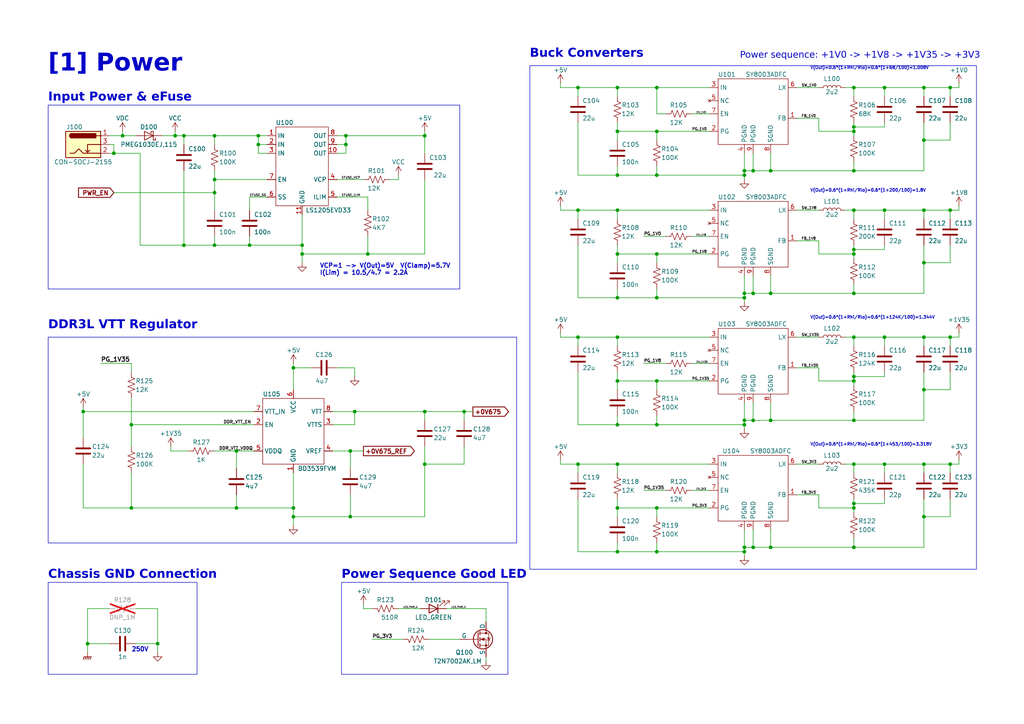
<source format=kicad_sch>
(kicad_sch (version 20230121) (generator eeschema)
  (paper "A4")
  (title_block (title "ZeBra-X: A Xylinx Zynq Demo Board") (date "2023-12-09") (rev "-") (company "Designed By: Dylan Gutierrez"))
  (junction (at 85.09 149.86))
  (junction (at 215.9 158.75))
  (junction (at 223.52 85.09))
  (junction (at 275.59 134.62))
  (junction (at 256.54 60.96))
  (junction (at 123.19 119.38))
  (junction (at 62.23 55.88))
  (junction (at 25.4 186.69))
  (junction (at 275.59 60.96))
  (junction (at 53.34 71.12))
  (junction (at 215.9 121.92))
  (junction (at 167.64 134.62))
  (junction (at 256.54 97.79))
  (junction (at 267.97 134.62))
  (junction (at 85.09 106.68))
  (junction (at 179.07 60.96))
  (junction (at 190.5 73.66))
  (junction (at 218.44 158.75))
  (junction (at 247.65 38.1))
  (junction (at 179.07 25.4))
  (junction (at 68.58 147.32))
  (junction (at 215.9 85.09))
  (junction (at 247.65 36.83))
  (junction (at 38.1 147.32))
  (junction (at 167.64 97.79))
  (junction (at 68.58 130.81))
  (junction (at 87.63 73.66))
  (junction (at 223.52 121.92))
  (junction (at 223.52 49.53))
  (junction (at 50.8 39.37))
  (junction (at 179.07 160.02))
  (junction (at 247.65 147.32))
  (junction (at 247.65 60.96))
  (junction (at 247.65 121.92))
  (junction (at 101.6 130.81))
  (junction (at 62.23 39.37))
  (junction (at 167.64 60.96))
  (junction (at 218.44 49.53))
  (junction (at 190.5 25.4))
  (junction (at 167.64 25.4))
  (junction (at 190.5 147.32))
  (junction (at 179.07 97.79))
  (junction (at 247.65 146.05))
  (junction (at 215.9 160.02))
  (junction (at 267.97 149.86))
  (junction (at 267.97 97.79))
  (junction (at 190.5 38.1))
  (junction (at 35.56 39.37))
  (junction (at 275.59 97.79))
  (junction (at 190.5 86.36))
  (junction (at 267.97 25.4))
  (junction (at 101.6 149.86))
  (junction (at 123.19 39.37))
  (junction (at 275.59 25.4))
  (junction (at 179.07 147.32))
  (junction (at 190.5 110.49))
  (junction (at 24.13 119.38))
  (junction (at 215.9 50.8))
  (junction (at 100.33 41.91))
  (junction (at 218.44 121.92))
  (junction (at 62.23 52.07))
  (junction (at 247.65 73.66))
  (junction (at 190.5 123.19))
  (junction (at 223.52 158.75))
  (junction (at 123.19 134.62))
  (junction (at 179.07 50.8))
  (junction (at 267.97 113.03))
  (junction (at 256.54 134.62))
  (junction (at 190.5 160.02))
  (junction (at 74.93 39.37))
  (junction (at 179.07 86.36))
  (junction (at 247.65 85.09))
  (junction (at 247.65 49.53))
  (junction (at 134.62 119.38))
  (junction (at 267.97 76.2))
  (junction (at 247.65 97.79))
  (junction (at 45.72 186.69))
  (junction (at 256.54 25.4))
  (junction (at 267.97 40.64))
  (junction (at 100.33 39.37))
  (junction (at 215.9 49.53))
  (junction (at 38.1 123.19))
  (junction (at 247.65 158.75))
  (junction (at 247.65 72.39))
  (junction (at 85.09 147.32))
  (junction (at 179.07 38.1))
  (junction (at 179.07 73.66))
  (junction (at 190.5 50.8))
  (junction (at 53.34 39.37))
  (junction (at 247.65 134.62))
  (junction (at 218.44 85.09))
  (junction (at 74.93 41.91))
  (junction (at 87.63 71.12))
  (junction (at 267.97 60.96))
  (junction (at 106.68 73.66))
  (junction (at 179.07 134.62))
  (junction (at 179.07 123.19))
  (junction (at 215.9 86.36))
  (junction (at 72.39 71.12))
  (junction (at 62.23 71.12))
  (junction (at 247.65 25.4))
  (junction (at 215.9 123.19))
  (junction (at 102.87 119.38))
  (junction (at 247.65 109.22))
  (junction (at 247.65 110.49))
  (junction (at 33.02 44.45))
  (junction (at 179.07 110.49))
  (wire (pts (xy 134.62 134.62) (xy 123.19 134.62)))
  (wire (pts (xy 190.5 147.32) (xy 205.74 147.32)))
  (wire (pts (xy 134.62 119.38) (xy 134.62 121.92)))
  (wire (pts (xy 167.64 134.62) (xy 179.07 134.62)))
  (wire (pts (xy 179.07 48.26) (xy 179.07 50.8)))
  (wire (pts (xy 223.52 80.01) (xy 223.52 85.09)))
  (wire (pts (xy 179.07 157.48) (xy 179.07 160.02)))
  (wire (pts (xy 256.54 107.95) (xy 256.54 109.22)))
  (wire (pts (xy 101.6 143.51) (xy 101.6 149.86)))
  (wire (pts (xy 179.07 144.78) (xy 179.07 147.32)))
  (wire (pts (xy 247.65 146.05) (xy 247.65 147.32)))
  (wire (pts (xy 123.19 39.37) (xy 123.19 44.45)))
  (wire (pts (xy 101.6 130.81) (xy 105.41 130.81)))
  (wire (pts (xy 278.13 59.69) (xy 278.13 60.96)))
  (wire (pts (xy 46.99 39.37) (xy 50.8 39.37)))
  (wire (pts (xy 223.52 116.84) (xy 223.52 121.92)))
  (wire (pts (xy 256.54 97.79) (xy 256.54 100.33)))
  (wire (pts (xy 105.41 176.53) (xy 107.95 176.53)))
  (wire (pts (xy 278.13 133.35) (xy 278.13 134.62)))
  (wire (pts (xy 113.03 52.07) (xy 115.57 52.07)))
  (wire (pts (xy 179.07 25.4) (xy 179.07 27.94)))
  (wire (pts (xy 97.79 44.45) (xy 100.33 44.45)))
  (wire (pts (xy 24.13 134.62) (xy 24.13 147.32)))
  (wire (pts (xy 247.65 82.55) (xy 247.65 85.09)))
  (wire (pts (xy 190.5 120.65) (xy 190.5 123.19)))
  (wire (pts (xy 218.44 49.53) (xy 215.9 49.53)))
  (wire (pts (xy 231.14 25.4) (xy 237.49 25.4)))
  (wire (pts (xy 134.62 119.38) (xy 137.16 119.38)))
  (wire (pts (xy 62.23 130.81) (xy 68.58 130.81)))
  (wire (pts (xy 200.66 105.41) (xy 205.74 105.41)))
  (wire (pts (xy 215.9 50.8) (xy 215.9 49.53)))
  (wire (pts (xy 231.14 60.96) (xy 237.49 60.96)))
  (wire (pts (xy 193.04 33.02) (xy 190.5 33.02)))
  (wire (pts (xy 190.5 38.1) (xy 205.74 38.1)))
  (wire (pts (xy 256.54 71.12) (xy 256.54 72.39)))
  (wire (pts (xy 237.49 143.51) (xy 237.49 147.32)))
  (wire (pts (xy 190.5 25.4) (xy 205.74 25.4)))
  (wire (pts (xy 97.79 52.07) (xy 105.41 52.07)))
  (wire (pts (xy 275.59 76.2) (xy 267.97 76.2)))
  (wire (pts (xy 275.59 35.56) (xy 275.59 40.64)))
  (wire (pts (xy 72.39 71.12) (xy 87.63 71.12)))
  (wire (pts (xy 267.97 60.96) (xy 267.97 63.5)))
  (wire (pts (xy 179.07 38.1) (xy 179.07 40.64)))
  (wire (pts (xy 247.65 36.83) (xy 256.54 36.83)))
  (wire (pts (xy 162.56 134.62) (xy 162.56 133.35)))
  (wire (pts (xy 267.97 76.2) (xy 267.97 71.12)))
  (wire (pts (xy 223.52 121.92) (xy 218.44 121.92)))
  (wire (pts (xy 179.07 120.65) (xy 179.07 123.19)))
  (wire (pts (xy 100.33 44.45) (xy 100.33 41.91)))
  (wire (pts (xy 85.09 149.86) (xy 101.6 149.86)))
  (wire (pts (xy 179.07 73.66) (xy 179.07 76.2)))
  (wire (pts (xy 179.07 60.96) (xy 179.07 63.5)))
  (wire (pts (xy 53.34 39.37) (xy 53.34 41.91)))
  (wire (pts (xy 275.59 60.96) (xy 275.59 63.5)))
  (wire (pts (xy 179.07 50.8) (xy 190.5 50.8)))
  (wire (pts (xy 102.87 119.38) (xy 102.87 123.19)))
  (wire (pts (xy 247.65 97.79) (xy 256.54 97.79)))
  (wire (pts (xy 275.59 97.79) (xy 275.59 100.33)))
  (wire (pts (xy 123.19 129.54) (xy 123.19 134.62)))
  (wire (pts (xy 31.75 39.37) (xy 35.56 39.37)))
  (wire (pts (xy 179.07 97.79) (xy 205.74 97.79)))
  (wire (pts (xy 102.87 119.38) (xy 123.19 119.38)))
  (wire (pts (xy 190.5 147.32) (xy 190.5 149.86)))
  (wire (pts (xy 218.44 85.09) (xy 215.9 85.09)))
  (wire (pts (xy 33.02 55.88) (xy 62.23 55.88)))
  (wire (pts (xy 167.64 144.78) (xy 167.64 160.02)))
  (wire (pts (xy 247.65 119.38) (xy 247.65 121.92)))
  (wire (pts (xy 179.07 107.95) (xy 179.07 110.49)))
  (wire (pts (xy 179.07 83.82) (xy 179.07 86.36)))
  (wire (pts (xy 77.47 57.15) (xy 72.39 57.15)))
  (wire (pts (xy 267.97 85.09) (xy 267.97 76.2)))
  (wire (pts (xy 179.07 160.02) (xy 190.5 160.02)))
  (wire (pts (xy 167.64 134.62) (xy 167.64 137.16)))
  (wire (pts (xy 247.65 97.79) (xy 247.65 100.33)))
  (wire (pts (xy 256.54 144.78) (xy 256.54 146.05)))
  (wire (pts (xy 39.37 176.53) (xy 45.72 176.53)))
  (wire (pts (xy 190.5 73.66) (xy 190.5 76.2)))
  (wire (pts (xy 24.13 147.32) (xy 38.1 147.32)))
  (wire (pts (xy 267.97 60.96) (xy 275.59 60.96)))
  (wire (pts (xy 38.1 115.57) (xy 38.1 123.19)))
  (wire (pts (xy 115.57 176.53) (xy 121.92 176.53)))
  (wire (pts (xy 167.64 60.96) (xy 179.07 60.96)))
  (wire (pts (xy 190.5 123.19) (xy 215.9 123.19)))
  (wire (pts (xy 85.09 105.41) (xy 85.09 106.68)))
  (wire (pts (xy 62.23 52.07) (xy 62.23 55.88)))
  (wire (pts (xy 45.72 176.53) (xy 45.72 186.69)))
  (wire (pts (xy 231.14 34.29) (xy 237.49 34.29)))
  (wire (pts (xy 190.5 50.8) (xy 215.9 50.8)))
  (wire (pts (xy 38.1 123.19) (xy 73.66 123.19)))
  (wire (pts (xy 267.97 49.53) (xy 267.97 40.64)))
  (wire (pts (xy 33.02 44.45) (xy 40.64 44.45)))
  (wire (pts (xy 190.5 157.48) (xy 190.5 160.02)))
  (wire (pts (xy 73.66 119.38) (xy 24.13 119.38)))
  (wire (pts (xy 167.64 97.79) (xy 167.64 100.33)))
  (wire (pts (xy 190.5 86.36) (xy 215.9 86.36)))
  (wire (pts (xy 96.52 130.81) (xy 101.6 130.81)))
  (wire (pts (xy 179.07 25.4) (xy 190.5 25.4)))
  (wire (pts (xy 275.59 113.03) (xy 267.97 113.03)))
  (wire (pts (xy 247.65 25.4) (xy 247.65 27.94)))
  (wire (pts (xy 247.65 49.53) (xy 267.97 49.53)))
  (wire (pts (xy 275.59 144.78) (xy 275.59 149.86)))
  (wire (pts (xy 97.79 57.15) (xy 106.68 57.15)))
  (wire (pts (xy 231.14 134.62) (xy 237.49 134.62)))
  (wire (pts (xy 247.65 134.62) (xy 247.65 137.16)))
  (wire (pts (xy 200.66 68.58) (xy 205.74 68.58)))
  (wire (pts (xy 38.1 137.16) (xy 38.1 147.32)))
  (wire (pts (xy 129.54 176.53) (xy 140.97 176.53)))
  (wire (pts (xy 247.65 146.05) (xy 256.54 146.05)))
  (wire (pts (xy 186.69 68.58) (xy 193.04 68.58)))
  (wire (pts (xy 97.79 106.68) (xy 102.87 106.68)))
  (wire (pts (xy 72.39 57.15) (xy 72.39 60.96)))
  (wire (pts (xy 167.64 60.96) (xy 162.56 60.96)))
  (wire (pts (xy 101.6 149.86) (xy 123.19 149.86)))
  (wire (pts (xy 223.52 49.53) (xy 247.65 49.53)))
  (wire (pts (xy 25.4 186.69) (xy 25.4 176.53)))
  (wire (pts (xy 275.59 107.95) (xy 275.59 113.03)))
  (wire (pts (xy 179.07 110.49) (xy 190.5 110.49)))
  (wire (pts (xy 247.65 72.39) (xy 256.54 72.39)))
  (wire (pts (xy 247.65 46.99) (xy 247.65 49.53)))
  (wire (pts (xy 167.64 134.62) (xy 162.56 134.62)))
  (wire (pts (xy 179.07 147.32) (xy 179.07 149.86)))
  (wire (pts (xy 190.5 110.49) (xy 205.74 110.49)))
  (wire (pts (xy 31.75 41.91) (xy 33.02 41.91)))
  (wire (pts (xy 245.11 134.62) (xy 247.65 134.62)))
  (wire (pts (xy 33.02 44.45) (xy 31.75 44.45)))
  (wire (pts (xy 77.47 44.45) (xy 74.93 44.45)))
  (wire (pts (xy 85.09 106.68) (xy 90.17 106.68)))
  (wire (pts (xy 275.59 97.79) (xy 278.13 97.79)))
  (wire (pts (xy 50.8 38.1) (xy 50.8 39.37)))
  (wire (pts (xy 85.09 147.32) (xy 85.09 149.86)))
  (wire (pts (xy 237.49 147.32) (xy 247.65 147.32)))
  (wire (pts (xy 237.49 110.49) (xy 247.65 110.49)))
  (wire (pts (xy 267.97 25.4) (xy 267.97 27.94)))
  (wire (pts (xy 62.23 52.07) (xy 62.23 49.53)))
  (wire (pts (xy 247.65 107.95) (xy 247.65 109.22)))
  (wire (pts (xy 215.9 49.53) (xy 215.9 44.45)))
  (wire (pts (xy 215.9 123.19) (xy 215.9 121.92)))
  (wire (pts (xy 215.9 85.09) (xy 215.9 80.01)))
  (wire (pts (xy 62.23 39.37) (xy 62.23 41.91)))
  (wire (pts (xy 200.66 33.02) (xy 205.74 33.02)))
  (wire (pts (xy 215.9 158.75) (xy 215.9 153.67)))
  (wire (pts (xy 123.19 119.38) (xy 123.19 121.92)))
  (wire (pts (xy 179.07 97.79) (xy 179.07 100.33)))
  (wire (pts (xy 106.68 68.58) (xy 106.68 73.66)))
  (wire (pts (xy 167.64 25.4) (xy 179.07 25.4)))
  (wire (pts (xy 218.44 121.92) (xy 215.9 121.92)))
  (wire (pts (xy 179.07 38.1) (xy 190.5 38.1)))
  (wire (pts (xy 179.07 86.36) (xy 190.5 86.36)))
  (wire (pts (xy 223.52 158.75) (xy 218.44 158.75)))
  (wire (pts (xy 167.64 107.95) (xy 167.64 123.19)))
  (wire (pts (xy 247.65 134.62) (xy 256.54 134.62)))
  (wire (pts (xy 62.23 39.37) (xy 74.93 39.37)))
  (wire (pts (xy 237.49 106.68) (xy 237.49 110.49)))
  (wire (pts (xy 247.65 60.96) (xy 256.54 60.96)))
  (wire (pts (xy 68.58 130.81) (xy 73.66 130.81)))
  (wire (pts (xy 218.44 116.84) (xy 218.44 121.92)))
  (wire (pts (xy 237.49 73.66) (xy 247.65 73.66)))
  (wire (pts (xy 179.07 71.12) (xy 179.07 73.66)))
  (wire (pts (xy 247.65 109.22) (xy 256.54 109.22)))
  (wire (pts (xy 267.97 134.62) (xy 275.59 134.62)))
  (wire (pts (xy 200.66 142.24) (xy 205.74 142.24)))
  (wire (pts (xy 247.65 71.12) (xy 247.65 72.39)))
  (wire (pts (xy 179.07 35.56) (xy 179.07 38.1)))
  (wire (pts (xy 40.64 44.45) (xy 40.64 71.12)))
  (wire (pts (xy 39.37 186.69) (xy 45.72 186.69)))
  (wire (pts (xy 278.13 96.52) (xy 278.13 97.79)))
  (wire (pts (xy 237.49 34.29) (xy 237.49 38.1)))
  (wire (pts (xy 162.56 25.4) (xy 167.64 25.4)))
  (wire (pts (xy 218.44 153.67) (xy 218.44 158.75)))
  (wire (pts (xy 40.64 71.12) (xy 53.34 71.12)))
  (wire (pts (xy 62.23 71.12) (xy 72.39 71.12)))
  (wire (pts (xy 25.4 189.23) (xy 25.4 186.69)))
  (wire (pts (xy 278.13 24.13) (xy 278.13 25.4)))
  (wire (pts (xy 215.9 160.02) (xy 215.9 161.29)))
  (wire (pts (xy 162.56 24.13) (xy 162.56 25.4)))
  (wire (pts (xy 53.34 49.53) (xy 53.34 71.12)))
  (wire (pts (xy 275.59 71.12) (xy 275.59 76.2)))
  (wire (pts (xy 190.5 83.82) (xy 190.5 86.36)))
  (wire (pts (xy 247.65 85.09) (xy 267.97 85.09)))
  (wire (pts (xy 275.59 40.64) (xy 267.97 40.64)))
  (wire (pts (xy 35.56 39.37) (xy 39.37 39.37)))
  (wire (pts (xy 123.19 119.38) (xy 134.62 119.38)))
  (wire (pts (xy 74.93 39.37) (xy 77.47 39.37)))
  (wire (pts (xy 267.97 158.75) (xy 267.97 149.86)))
  (wire (pts (xy 256.54 60.96) (xy 267.97 60.96)))
  (wire (pts (xy 215.9 86.36) (xy 215.9 85.09)))
  (wire (pts (xy 223.52 121.92) (xy 247.65 121.92)))
  (wire (pts (xy 275.59 25.4) (xy 275.59 27.94)))
  (wire (pts (xy 123.19 134.62) (xy 123.19 149.86)))
  (wire (pts (xy 24.13 119.38) (xy 24.13 127)))
  (wire (pts (xy 74.93 41.91) (xy 77.47 41.91)))
  (wire (pts (xy 190.5 73.66) (xy 205.74 73.66)))
  (wire (pts (xy 267.97 121.92) (xy 267.97 113.03)))
  (wire (pts (xy 167.64 50.8) (xy 179.07 50.8)))
  (wire (pts (xy 247.65 156.21) (xy 247.65 158.75)))
  (wire (pts (xy 247.65 35.56) (xy 247.65 36.83)))
  (wire (pts (xy 245.11 97.79) (xy 247.65 97.79)))
  (wire (pts (xy 190.5 33.02) (xy 190.5 25.4)))
  (wire (pts (xy 38.1 147.32) (xy 68.58 147.32)))
  (wire (pts (xy 179.07 134.62) (xy 179.07 137.16)))
  (wire (pts (xy 256.54 134.62) (xy 267.97 134.62)))
  (wire (pts (xy 97.79 41.91) (xy 100.33 41.91)))
  (wire (pts (xy 218.44 80.01) (xy 218.44 85.09)))
  (wire (pts (xy 100.33 39.37) (xy 97.79 39.37)))
  (wire (pts (xy 247.65 121.92) (xy 267.97 121.92)))
  (wire (pts (xy 179.07 134.62) (xy 205.74 134.62)))
  (wire (pts (xy 100.33 41.91) (xy 100.33 39.37)))
  (wire (pts (xy 85.09 137.16) (xy 85.09 147.32)))
  (wire (pts (xy 267.97 134.62) (xy 267.97 137.16)))
  (wire (pts (xy 267.97 149.86) (xy 267.97 144.78)))
  (wire (pts (xy 190.5 48.26) (xy 190.5 50.8)))
  (wire (pts (xy 237.49 38.1) (xy 247.65 38.1)))
  (wire (pts (xy 167.64 160.02) (xy 179.07 160.02)))
  (wire (pts (xy 134.62 129.54) (xy 134.62 134.62)))
  (wire (pts (xy 45.72 186.69) (xy 45.72 189.23)))
  (wire (pts (xy 35.56 38.1) (xy 35.56 39.37)))
  (wire (pts (xy 215.9 160.02) (xy 215.9 158.75)))
  (wire (pts (xy 218.44 44.45) (xy 218.44 49.53)))
  (wire (pts (xy 101.6 130.81) (xy 101.6 135.89)))
  (wire (pts (xy 247.65 110.49) (xy 247.65 111.76)))
  (wire (pts (xy 247.65 38.1) (xy 247.65 39.37)))
  (wire (pts (xy 162.56 60.96) (xy 162.56 59.69)))
  (wire (pts (xy 245.11 25.4) (xy 247.65 25.4)))
  (wire (pts (xy 167.64 71.12) (xy 167.64 86.36)))
  (wire (pts (xy 38.1 107.95) (xy 38.1 105.41)))
  (wire (pts (xy 68.58 143.51) (xy 68.58 147.32)))
  (wire (pts (xy 68.58 147.32) (xy 85.09 147.32)))
  (wire (pts (xy 275.59 134.62) (xy 278.13 134.62)))
  (wire (pts (xy 231.14 69.85) (xy 237.49 69.85)))
  (wire (pts (xy 275.59 134.62) (xy 275.59 137.16)))
  (wire (pts (xy 256.54 60.96) (xy 256.54 63.5)))
  (wire (pts (xy 167.64 35.56) (xy 167.64 50.8)))
  (wire (pts (xy 275.59 149.86) (xy 267.97 149.86)))
  (wire (pts (xy 179.07 60.96) (xy 205.74 60.96)))
  (wire (pts (xy 124.46 185.42) (xy 133.35 185.42)))
  (wire (pts (xy 87.63 62.23) (xy 87.63 71.12)))
  (wire (pts (xy 38.1 123.19) (xy 38.1 129.54)))
  (wire (pts (xy 123.19 38.1) (xy 123.19 39.37)))
  (wire (pts (xy 231.14 97.79) (xy 237.49 97.79)))
  (wire (pts (xy 231.14 106.68) (xy 237.49 106.68)))
  (wire (pts (xy 62.23 55.88) (xy 62.23 60.96)))
  (wire (pts (xy 74.93 41.91) (xy 74.93 39.37)))
  (wire (pts (xy 33.02 41.91) (xy 33.02 44.45)))
  (wire (pts (xy 267.97 97.79) (xy 275.59 97.79)))
  (wire (pts (xy 256.54 25.4) (xy 256.54 27.94)))
  (wire (pts (xy 25.4 186.69) (xy 31.75 186.69)))
  (wire (pts (xy 247.65 109.22) (xy 247.65 110.49)))
  (wire (pts (xy 247.65 72.39) (xy 247.65 73.66)))
  (wire (pts (xy 140.97 176.53) (xy 140.97 180.34)))
  (wire (pts (xy 247.65 144.78) (xy 247.65 146.05)))
  (wire (pts (xy 116.84 185.42) (xy 107.95 185.42)))
  (wire (pts (xy 215.9 121.92) (xy 215.9 116.84)))
  (wire (pts (xy 24.13 118.11) (xy 24.13 119.38)))
  (wire (pts (xy 167.64 25.4) (xy 167.64 27.94)))
  (wire (pts (xy 167.64 123.19) (xy 179.07 123.19)))
  (wire (pts (xy 87.63 73.66) (xy 87.63 76.2)))
  (wire (pts (xy 256.54 25.4) (xy 267.97 25.4)))
  (wire (pts (xy 247.65 158.75) (xy 267.97 158.75)))
  (wire (pts (xy 87.63 71.12) (xy 87.63 73.66)))
  (wire (pts (xy 53.34 39.37) (xy 62.23 39.37)))
  (wire (pts (xy 62.23 68.58) (xy 62.23 71.12)))
  (wire (pts (xy 179.07 147.32) (xy 190.5 147.32)))
  (wire (pts (xy 190.5 160.02) (xy 215.9 160.02)))
  (wire (pts (xy 223.52 49.53) (xy 218.44 49.53)))
  (wire (pts (xy 115.57 50.8) (xy 115.57 52.07)))
  (wire (pts (xy 223.52 44.45) (xy 223.52 49.53)))
  (wire (pts (xy 179.07 123.19) (xy 190.5 123.19)))
  (wire (pts (xy 167.64 97.79) (xy 179.07 97.79)))
  (wire (pts (xy 247.65 73.66) (xy 247.65 74.93)))
  (wire (pts (xy 247.65 25.4) (xy 256.54 25.4)))
  (wire (pts (xy 223.52 85.09) (xy 247.65 85.09)))
  (wire (pts (xy 105.41 175.26) (xy 105.41 176.53)))
  (wire (pts (xy 218.44 158.75) (xy 215.9 158.75)))
  (wire (pts (xy 53.34 71.12) (xy 62.23 71.12)))
  (wire (pts (xy 74.93 44.45) (xy 74.93 41.91)))
  (wire (pts (xy 190.5 38.1) (xy 190.5 40.64)))
  (wire (pts (xy 275.59 25.4) (xy 278.13 25.4)))
  (wire (pts (xy 96.52 119.38) (xy 102.87 119.38)))
  (wire (pts (xy 123.19 73.66) (xy 106.68 73.66)))
  (wire (pts (xy 102.87 106.68) (xy 102.87 109.22)))
  (wire (pts (xy 85.09 149.86) (xy 85.09 152.4)))
  (wire (pts (xy 256.54 97.79) (xy 267.97 97.79)))
  (wire (pts (xy 106.68 73.66) (xy 87.63 73.66)))
  (wire (pts (xy 50.8 39.37) (xy 53.34 39.37)))
  (wire (pts (xy 215.9 123.19) (xy 215.9 124.46)))
  (wire (pts (xy 267.97 113.03) (xy 267.97 107.95)))
  (wire (pts (xy 215.9 50.8) (xy 215.9 52.07)))
  (wire (pts (xy 29.21 105.41) (xy 38.1 105.41)))
  (wire (pts (xy 223.52 85.09) (xy 218.44 85.09)))
  (wire (pts (xy 106.68 57.15) (xy 106.68 60.96)))
  (wire (pts (xy 100.33 39.37) (xy 123.19 39.37)))
  (wire (pts (xy 275.59 60.96) (xy 278.13 60.96)))
  (wire (pts (xy 85.09 106.68) (xy 85.09 113.03)))
  (wire (pts (xy 190.5 110.49) (xy 190.5 113.03)))
  (wire (pts (xy 49.53 129.54) (xy 49.53 130.81)))
  (wire (pts (xy 167.64 60.96) (xy 167.64 63.5)))
  (wire (pts (xy 25.4 176.53) (xy 31.75 176.53)))
  (wire (pts (xy 256.54 35.56) (xy 256.54 36.83)))
  (wire (pts (xy 245.11 60.96) (xy 247.65 60.96)))
  (wire (pts (xy 247.65 36.83) (xy 247.65 38.1)))
  (wire (pts (xy 186.69 105.41) (xy 193.04 105.41)))
  (wire (pts (xy 215.9 86.36) (xy 215.9 87.63)))
  (wire (pts (xy 231.14 143.51) (xy 237.49 143.51)))
  (wire (pts (xy 223.52 158.75) (xy 247.65 158.75)))
  (wire (pts (xy 247.65 60.96) (xy 247.65 63.5)))
  (wire (pts (xy 77.47 52.07) (xy 62.23 52.07)))
  (wire (pts (xy 102.87 123.19) (xy 96.52 123.19)))
  (wire (pts (xy 162.56 97.79) (xy 162.56 96.52)))
  (wire (pts (xy 123.19 52.07) (xy 123.19 73.66)))
  (wire (pts (xy 267.97 40.64) (xy 267.97 35.56)))
  (wire (pts (xy 237.49 69.85) (xy 237.49 73.66)))
  (wire (pts (xy 54.61 130.81) (xy 49.53 130.81)))
  (wire (pts (xy 179.07 73.66) (xy 190.5 73.66)))
  (wire (pts (xy 140.97 190.5) (xy 140.97 191.77)))
  (wire (pts (xy 256.54 134.62) (xy 256.54 137.16)))
  (wire (pts (xy 223.52 153.67) (xy 223.52 158.75)))
  (wire (pts (xy 247.65 147.32) (xy 247.65 148.59)))
  (wire (pts (xy 186.69 142.24) (xy 193.04 142.24)))
  (wire (pts (xy 68.58 130.81) (xy 68.58 135.89)))
  (wire (pts (xy 267.97 25.4) (xy 275.59 25.4)))
  (wire (pts (xy 72.39 68.58) (xy 72.39 71.12)))
  (wire (pts (xy 167.64 97.79) (xy 162.56 97.79)))
  (wire (pts (xy 167.64 86.36) (xy 179.07 86.36)))
  (wire (pts (xy 179.07 110.49) (xy 179.07 113.03)))
  (wire (pts (xy 267.97 97.79) (xy 267.97 100.33)))
  (rectangle (start 13.97 97.79) (end 149.86 157.48))
  (rectangle (start 13.97 168.91) (end 57.15 195.58))
  (rectangle (start 13.97 30.48) (end 133.35 83.82))
  (rectangle (start 99.06 168.91) (end 147.32 195.58))
  (rectangle (start 153.67 19.05) (end 283.21 165.1))
  (text "VCP=1 -> V(Out)=5V  V(Clamp)=5.7V\nI(Lim) = 10.5/4.7 = 2.2A" (at 92.71 80.01 0) (effects (font (size 1.27 1.27) bold) (justify left bottom)))
  (text "V(Out)=0.6*(1+Rhi/Rlo)=0.6*(1+68/100)=1.008V" (at 234.95 20.32 0) (effects (font (size 0.889 0.889) bold) (justify left bottom)))
  (text "V(Out)=0.6*(1+Rhi/Rlo)=0.6*(1+200/100)=1.8V" (at 234.95 55.88 0) (effects (font (size 0.889 0.889) bold) (justify left bottom)))
  (text "V(Out)=0.6*(1+Rhi/Rlo)=0.6*(1+453/100)=3.318V\n" (at 234.95 129.54 0) (effects (font (size 0.889 0.889) bold) (justify left bottom)))
  (text "Power sequence: +1V0 -> +1V8 -> +1V35 -> +3V3" (at 214.63 17.78 0) (effects (font (size 1.905 1.905) italic) (justify left bottom)))
  (text "[1] Power" (at 13.97 22.86 0) (effects (font (size 5.08 5.08) (thickness 1.016) bold) (justify left bottom)))
  (text "DDR3L VTT Regulator" (at 13.97 96.52 0) (effects (font (size 2.54 2.54) (thickness 0.508) bold italic) (justify left bottom)))
  (text "Chassis GND Connection" (at 13.97 168.91 0) (effects (font (size 2.54 2.54) (thickness 0.508) bold italic) (justify left bottom)))
  (text "Input Power & eFuse" (at 13.97 30.48 0) (effects (font (size 2.54 2.54) (thickness 0.508) bold italic) (justify left bottom)))
  (text "Power Sequence Good LED" (at 99.06 168.91 0) (effects (font (size 2.54 2.54) (thickness 0.508) bold italic) (justify left bottom)))
  (text "V(Out)=0.6*(1+Rhi/Rlo)=0.6*(1+124K/100)=1.344V" (at 234.95 92.71 0) (effects (font (size 0.889 0.889) bold) (justify left bottom)))
  (text "Buck Converters" (at 153.67 17.78 0) (effects (font (size 2.54 2.54) (thickness 0.508) bold italic) (justify left bottom)))
  (text "250V" (at 38.1 189.23 0) (effects (font (size 1.27 1.27) bold) (justify left bottom)))
  (label "PG_1V35" (at 200.66 110.49 0) (effects (font (size 0.762 0.762) bold)))
  (label "SW_1V8" (at 232.41 60.96 0) (effects (font (size 0.762 0.762) bold)))
  (label "LED_PWR_K" (at 130.81 176.53 0) (effects (font (size 0.508 0.508) bold)))
  (label "PG_1V8" (at 200.66 73.66 0) (effects (font (size 0.762 0.762) bold)))
  (label "FB_1V35" (at 232.41 106.68 0) (effects (font (size 0.762 0.762) bold)))
  (label "FB_3V3" (at 232.41 143.51 0) (effects (font (size 0.762 0.762) bold)))
  (label "DDR_VTT_VDDQ" (at 63.5 130.81 0) (effects (font (size 0.889 0.889) bold)))
  (label "PG_3V3" (at 200.66 147.32 0) (effects (font (size 0.762 0.762) bold)))
  (label "LED_PWR_A" (at 116.84 176.53 0) (effects (font (size 0.508 0.508) bold)))
  (label "SW_3V3" (at 232.41 134.62 0) (effects (font (size 0.762 0.762) bold)))
  (label "PG_1V35" (at 29.21 105.41 0) (effects (font bold)))
  (label "EFUSE_ILIM" (at 99.06 57.15 0) (effects (font (size 0.635 0.635) bold)))
  (label "SW_1V0" (at 232.41 25.4 0) (effects (font (size 0.762 0.762) bold)))
  (label "EN_1V35" (at 201.93 105.41 0) (effects (font (size 0.508 0.508) bold)))
  (label "PG_1V0" (at 200.66 38.1 0) (effects (font (size 0.762 0.762) bold)))
  (label "EFUSE_VCP" (at 99.06 52.07 0) (effects (font (size 0.635 0.635) bold)))
  (label "FB_1V8" (at 232.41 69.85 0) (effects (font (size 0.762 0.762) bold)))
  (label "EFUSE_SS" (at 72.39 57.15 0) (effects (font (size 0.635 0.635) bold)))
  (label "EN_1V8" (at 201.93 68.58 0) (effects (font (size 0.508 0.508) bold)))
  (label "EN_1V0" (at 201.93 33.02 0) (effects (font (size 0.508 0.508) bold)))
  (label "PG_1V0" (at 186.69 68.58 0) (effects (font (size 0.889 0.889) bold)))
  (label "DDR_VTT_EN" (at 64.77 123.19 0) (effects (font (size 0.889 0.889) bold)))
  (label "PG_1V35" (at 186.69 142.24 0) (effects (font (size 0.889 0.889) bold)))
  (label "EN_3V3" (at 201.93 142.24 0) (effects (font (size 0.508 0.508) bold)))
  (label "FB_1V0" (at 232.41 34.29 0) (effects (font (size 0.762 0.762) bold)))
  (label "SW_1V35" (at 232.41 97.79 0) (effects (font (size 0.762 0.762) bold)))
  (label "PG_3V3" (at 107.95 185.42 0) (effects (font (size 1.016 1.016) bold)))
  (label "PG_1V8" (at 186.69 105.41 0) (effects (font (size 0.889 0.889) bold)))
  (global_label "+0V675_REF" (shape output) (at 105.41 130.81 0) (effects (font bold)) (property "Intersheetrefs" "${INTERSHEET_REFS}" (effects hide)))
  (global_label "PWR_EN" (shape input) (at 33.02 55.88 180) (effects (font bold)) (property "Intersheetrefs" "${INTERSHEET_REFS}" (effects hide)))
  (global_label "+0V675" (shape output) (at 137.16 119.38 0) (effects (font bold)) (property "Intersheetrefs" "${INTERSHEET_REFS}" (effects hide)))
  (symbol (lib_id "power:GND") (at 102.87 109.22 0) (unit 1)
    (property "Reference" "#PWR06" (effects hide))
    (property "Value" "GND" (effects hide))
  )
  (symbol (lib_id "Device:R_US") (at 179.07 31.75 180) (unit 1)
    (property "Reference" "R103" (at 185.42 30.48 0) (effects (justify left)))
    (property "Value" "12K" (at 184.15 33.02 0) (effects (justify left)))
    (property "Footprint" "Resistor_SMD:R_0402_1005Metric" (effects hide))
    (property "Datasheet" "https://datasheet.lcsc.com/lcsc/2304140030_RALEC-RTT021202FTH_C102781.pdf" (effects hide))
    (property "Description" "62.5mW Thick Film Resistors ±100ppm/℃ ±1% 12kΩ 0402 Chip Resistor - Surface Mount ROHS" (effects hide))
    (property "Distributor Link" "https://www.lcsc.com/product-detail/Chip-Resistor-Surface-Mount_RALEC-RTT021202FTH_C102781.html" (effects hide))
    (property "LCSC PN" "C102781" (effects hide))
    (property "Manufacturer" "RALEC" (effects hide))
    (property "Manufacturer PN" "RTT021202FTH" (effects hide))
  )
  (symbol (lib_id "Device:L") (at 241.3 97.79 90) (unit 1)
    (property "Reference" "L102" (at 241.3 95.25 90))
    (property "Value" "2u2" (at 241.3 99.06 90))
    (property "Footprint" "Inductor_SMD:L_Taiyo-Yuden_NR-60xx" (effects hide))
    (property "Datasheet" "https://www.mouser.com/datasheet/2/396/wound04_e-1290968.pdf" (effects hide))
    (property "Description" "SMD Power Inductor 2.2uH +-30% 3.7A 26mO" (effects hide))
    (property "Distributor Link" "https://www.mouser.com/ProductDetail/TAIYO-YUDEN/NR6028T2R2N?qs=PzICbMaShUdthksefmJz3g%3D%3D" (effects hide))
    (property "LCSC PN" "-" (effects hide))
    (property "Manufacturer" "TAIYO YUDEN" (effects hide))
    (property "Manufacturer PN" "NR6028T2R2N" (effects hide))
  )
  (symbol (lib_id "Device:C") (at 68.58 139.7 0) (unit 1)
    (property "Reference" "C125" (at 71.12 138.43 0) (effects (justify left)))
    (property "Value" "4u7" (at 71.12 140.97 0) (effects (justify left)))
    (property "Footprint" "Capacitor_SMD:C_0402_1005Metric" (effects hide))
    (property "Datasheet" "https://datasheet.lcsc.com/lcsc/2304140030_Samsung-Electro-Mechanics-CL05A475MP5NRNC_C23733.pdf" (effects hide))
    (property "Description" "10V 4.7uF X5R ±20% 0402 Multilayer Ceramic Capacitors MLCC - SMD/SMT ROHS" (effects hide))
    (property "Distributor Link" "https://www.lcsc.com/product-detail/Multilayer-Ceramic-Capacitors-MLCC-SMD-SMT_Samsung-Electro-Mechanics-CL05A475MP5NRNC_C23733.html" (effects hide))
    (property "LCSC PN" "C23733" (effects hide))
    (property "Manufacturer" "Samsung" (effects hide))
    (property "Manufacturer PN" "CL05A475MP5NRNC" (effects hide))
  )
  (symbol (lib_id "Device:C") (at 267.97 140.97 0) (unit 1)
    (property "Reference" "C122" (at 269.24 138.43 0) (effects (justify left)))
    (property "Value" "22u" (at 269.24 143.51 0) (effects (justify left)))
    (property "Footprint" "Capacitor_SMD:C_1210_3225Metric" (effects hide))
    (property "Datasheet" "https://www.mouser.com/datasheet/2/585/MLCC-1837944.pdf" (effects hide))
    (property "Description" "SMD 22uF+/-20% 16V X5R 1210" (effects hide))
    (property "Distributor Link" "https://www.mouser.com/ProductDetail/Samsung-Electro-Mechanics/CL32A226MOJNNNE?qs=X6jEic%2FHinDrCPX6SLC7PA%3D%3D&_gl=1*15xlcys*_ga*NzU2NDU3NTcyLjE3MDIxNzUzNTA.*_ga_15W4STQT4T*MTcwMjE3NTM1MC4xLjAuMTcwMjE3NTM1MC42MC4wLjA." (effects hide))
    (property "LCSC PN" "C100086" (effects hide))
    (property "Manufacturer" "Samsung" (effects hide))
    (property "Manufacturer PN" "CL32A226MOJNNNE" (effects hide))
  )
  (symbol (lib_id "Device:R_US") (at 111.76 176.53 270) (mirror x) (unit 1)
    (property "Reference" "R123" (at 109.22 173.99 90) (effects (justify left)))
    (property "Value" "510R" (at 110.49 179.07 90) (effects (justify left)))
    (property "Footprint" "Resistor_SMD:R_0402_1005Metric" (effects hide))
    (property "Datasheet" "https://datasheet.lcsc.com/lcsc/2304140030_YAGEO-RC0402FR-07510RL_C276273.pdf" (effects hide))
    (property "Description" "62.5mW Thick Film Resistors ±100ppm/℃ ±1% 510Ω 0402 Chip Resistor - Surface Mount ROHS" (effects hide))
    (property "Distributor Link" "https://www.lcsc.com/product-detail/Chip-Resistor-Surface-Mount_YAGEO-RC0402FR-07510RL_C276273.html" (effects hide))
    (property "LCSC PN" "C276273" (effects hide))
    (property "Manufacturer" "YAGEO" (effects hide))
    (property "Manufacturer PN" "RC0402FR-07510RL" (effects hide))
  )
  (symbol (lib_id "power:GND") (at 215.9 124.46 0) (unit 1)
    (property "Reference" "#PWR019" (effects hide))
    (property "Value" "GND" (effects hide))
  )
  (symbol (lib_id "Device:C") (at 256.54 104.14 0) (unit 1)
    (property "Reference" "C116" (at 257.81 101.6 0) (effects (justify left)))
    (property "Value" "22p" (at 257.81 106.68 0) (effects (justify left)))
    (property "Footprint" "Capacitor_SMD:C_0402_1005Metric" (effects hide))
    (property "Datasheet" "https://datasheet.lcsc.com/lcsc/1811081510_Murata-Electronics-GCM1555C1H220JA16D_C126502.pdf" (effects hide))
    (property "Description" "50V 22pF C0G ±5% 0402 Multilayer Ceramic Capacitors MLCC - SMD/SMT ROHS" (effects hide))
    (property "Distributor Link" "https://www.lcsc.com/product-detail/Multilayer-Ceramic-Capacitors-MLCC-SMD-SMT_Murata-Electronics-GCM1555C1H220JA16D_C126502.html" (effects hide))
    (property "LCSC PN" "C126502" (effects hide))
    (property "Manufacturer" "Murata" (effects hide))
    (property "Manufacturer PN" "GCM1555C1H220JA16D" (effects hide))
  )
  (symbol (lib_id "Device:R_US") (at 247.65 67.31 0) (unit 1)
    (property "Reference" "R111" (at 248.92 66.04 0) (effects (justify left)))
    (property "Value" "200K" (at 248.92 68.58 0) (effects (justify left)))
    (property "Footprint" "Resistor_SMD:R_0402_1005Metric" (effects hide))
    (property "Datasheet" "https://datasheet.lcsc.com/lcsc/2304140030_YAGEO-RC0402FR-07200KL_C114763.pdf" (effects hide))
    (property "Description" "62.5mW Thick Film Resistors ±100ppm/℃ ±1% 200kΩ 0402 Chip Resistor - Surface Mount ROHS" (effects hide))
    (property "Distributor Link" "https://www.lcsc.com/product-detail/Chip-Resistor-Surface-Mount_YAGEO-RC0402FR-07200KL_C114763.html" (effects hide))
    (property "LCSC PN" "C114763" (effects hide))
    (property "Manufacturer" "YAGEO" (effects hide))
    (property "Manufacturer PN" "RC0402FR-07200KL" (effects hide))
  )
  (symbol (lib_id "Device:C") (at 275.59 104.14 0) (unit 1)
    (property "Reference" "C118" (at 276.86 101.6 0) (effects (justify left)))
    (property "Value" "22u" (at 276.86 106.68 0) (effects (justify left)))
    (property "Footprint" "Capacitor_SMD:C_1210_3225Metric" (effects hide))
    (property "Datasheet" "https://www.mouser.com/datasheet/2/585/MLCC-1837944.pdf" (effects hide))
    (property "Description" "SMD 22uF+/-20% 16V X5R 1210" (effects hide))
    (property "Distributor Link" "https://www.mouser.com/ProductDetail/Samsung-Electro-Mechanics/CL32A226MOJNNNE?qs=X6jEic%2FHinDrCPX6SLC7PA%3D%3D&_gl=1*15xlcys*_ga*NzU2NDU3NTcyLjE3MDIxNzUzNTA.*_ga_15W4STQT4T*MTcwMjE3NTM1MC4xLjAuMTcwMjE3NTM1MC42MC4wLjA." (effects hide))
    (property "LCSC PN" "C100086" (effects hide))
    (property "Manufacturer" "Samsung" (effects hide))
    (property "Manufacturer PN" "CL32A226MOJNNNE" (effects hide))
  )
  (symbol (lib_id "Device:C") (at 167.64 104.14 0) (unit 1)
    (property "Reference" "C114" (at 168.91 101.6 0) (effects (justify left)))
    (property "Value" "22u" (at 168.91 106.68 0) (effects (justify left)))
    (property "Footprint" "Capacitor_SMD:C_1210_3225Metric" (effects hide))
    (property "Datasheet" "https://www.mouser.com/datasheet/2/585/MLCC-1837944.pdf" (effects hide))
    (property "Description" "SMD 22uF+/-20% 16V X5R 1210" (effects hide))
    (property "Distributor Link" "https://www.mouser.com/ProductDetail/Samsung-Electro-Mechanics/CL32A226MOJNNNE?qs=X6jEic%2FHinDrCPX6SLC7PA%3D%3D&_gl=1*15xlcys*_ga*NzU2NDU3NTcyLjE3MDIxNzUzNTA.*_ga_15W4STQT4T*MTcwMjE3NTM1MC4xLjAuMTcwMjE3NTM1MC42MC4wLjA." (effects hide))
    (property "LCSC PN" "C100086" (effects hide))
    (property "Manufacturer" "Samsung" (effects hide))
    (property "Manufacturer PN" "CL32A226MOJNNNE" (effects hide))
  )
  (symbol (lib_id "Device:C") (at 179.07 80.01 0) (unit 1)
    (property "Reference" "C110" (at 180.34 77.47 0) (effects (justify left)))
    (property "Value" "100n" (at 180.34 82.55 0) (effects (justify left)))
    (property "Footprint" "Capacitor_SMD:C_0402_1005Metric" (effects hide))
    (property "Datasheet" "https://datasheet.lcsc.com/lcsc/2304140030_YAGEO-CC0402KRX5R8BB104_C106256.pdf" (effects hide))
    (property "Description" "25V 100nF X5R ±10% 0402 Multilayer Ceramic Capacitors MLCC - SMD/SMT ROHS" (effects hide))
    (property "Distributor Link" "https://www.lcsc.com/product-detail/Multilayer-Ceramic-Capacitors-MLCC-SMD-SMT_YAGEO-CC0402KRX5R8BB104_C106256.html" (effects hide))
    (property "LCSC PN" "C106256" (effects hide))
    (property "Manufacturer" "YAGEO" (effects hide))
    (property "Manufacturer PN" "CC0402KRX5R8BB104" (effects hide))
  )
  (symbol (lib_id "Device:C") (at 167.64 31.75 0) (unit 1)
    (property "Reference" "C104" (at 168.91 29.21 0) (effects (justify left)))
    (property "Value" "22u" (at 168.91 34.29 0) (effects (justify left)))
    (property "Footprint" "Capacitor_SMD:C_1210_3225Metric" (effects hide))
    (property "Datasheet" "https://www.mouser.com/datasheet/2/585/MLCC-1837944.pdf" (effects hide))
    (property "Description" "SMD 22uF+/-20% 16V X5R 1210" (effects hide))
    (property "Distributor Link" "https://www.mouser.com/ProductDetail/Samsung-Electro-Mechanics/CL32A226MOJNNNE?qs=X6jEic%2FHinDrCPX6SLC7PA%3D%3D&_gl=1*15xlcys*_ga*NzU2NDU3NTcyLjE3MDIxNzUzNTA.*_ga_15W4STQT4T*MTcwMjE3NTM1MC4xLjAuMTcwMjE3NTM1MC42MC4wLjA." (effects hide))
    (property "LCSC PN" "C100086" (effects hide))
    (property "Manufacturer" "Samsung" (effects hide))
    (property "Manufacturer PN" "CL32A226MOJNNNE" (effects hide))
  )
  (symbol (lib_id "Device:C") (at 179.07 44.45 0) (unit 1)
    (property "Reference" "C105" (at 180.34 41.91 0) (effects (justify left)))
    (property "Value" "100n" (at 180.34 46.99 0) (effects (justify left)))
    (property "Footprint" "Capacitor_SMD:C_0402_1005Metric" (effects hide))
    (property "Datasheet" "https://datasheet.lcsc.com/lcsc/2304140030_YAGEO-CC0402KRX5R8BB104_C106256.pdf" (effects hide))
    (property "Description" "25V 100nF X5R ±10% 0402 Multilayer Ceramic Capacitors MLCC - SMD/SMT ROHS" (effects hide))
    (property "Distributor Link" "https://www.lcsc.com/product-detail/Multilayer-Ceramic-Capacitors-MLCC-SMD-SMT_YAGEO-CC0402KRX5R8BB104_C106256.html" (effects hide))
    (property "LCSC PN" "C106256" (effects hide))
    (property "Manufacturer" "YAGEO" (effects hide))
    (property "Manufacturer PN" "CC0402KRX5R8BB104" (effects hide))
  )
  (symbol (lib_id "Device:C") (at 275.59 140.97 0) (unit 1)
    (property "Reference" "C123" (at 276.86 138.43 0) (effects (justify left)))
    (property "Value" "22u" (at 276.86 143.51 0) (effects (justify left)))
    (property "Footprint" "Capacitor_SMD:C_1210_3225Metric" (effects hide))
    (property "Datasheet" "https://www.mouser.com/datasheet/2/585/MLCC-1837944.pdf" (effects hide))
    (property "Description" "SMD 22uF+/-20% 16V X5R 1210" (effects hide))
    (property "Distributor Link" "https://www.mouser.com/ProductDetail/Samsung-Electro-Mechanics/CL32A226MOJNNNE?qs=X6jEic%2FHinDrCPX6SLC7PA%3D%3D&_gl=1*15xlcys*_ga*NzU2NDU3NTcyLjE3MDIxNzUzNTA.*_ga_15W4STQT4T*MTcwMjE3NTM1MC4xLjAuMTcwMjE3NTM1MC42MC4wLjA." (effects hide))
    (property "LCSC PN" "C100086" (effects hide))
    (property "Manufacturer" "Samsung" (effects hide))
    (property "Manufacturer PN" "CL32A226MOJNNNE" (effects hide))
  )
  (symbol (lib_id "Device:R_US") (at 247.65 78.74 0) (unit 1)
    (property "Reference" "R112" (at 248.92 77.47 0) (effects (justify left)))
    (property "Value" "100K" (at 248.92 80.01 0) (effects (justify left)))
    (property "Footprint" "Resistor_SMD:R_0402_1005Metric" (effects hide))
    (property "Datasheet" "https://datasheet.lcsc.com/lcsc/2304140030_YAGEO-RC0402FR-07100KL_C60491.pdf" (effects hide))
    (property "Description" "62.5mW Thick Film Resistors ±100ppm/℃ ±1% 100kΩ 0402 Chip Resistor - Surface Mount ROHS" (effects hide))
    (property "Distributor Link" "https://www.lcsc.com/product-detail/Chip-Resistor-Surface-Mount_YAGEO-RC0402FR-07100KL_C60491.html" (effects hide))
    (property "LCSC PN" "C60491" (effects hide))
    (property "Manufacturer" "YAGEO" (effects hide))
    (property "Manufacturer PN" "RC0402FR-07100KL" (effects hide))
  )
  (symbol (lib_id "Device:R_US") (at 38.1 133.35 0) (unit 1)
    (property "Reference" "R126" (at 39.37 132.08 0) (effects (justify left)))
    (property "Value" "100K" (at 39.37 134.62 0) (effects (justify left)))
    (property "Footprint" "Resistor_SMD:R_0402_1005Metric" (effects hide))
    (property "Datasheet" "https://datasheet.lcsc.com/lcsc/2304140030_YAGEO-RC0402FR-07100KL_C60491.pdf" (effects hide))
    (property "Description" "62.5mW Thick Film Resistors ±100ppm/℃ ±1% 100kΩ 0402 Chip Resistor - Surface Mount ROHS" (effects hide))
    (property "Distributor Link" "https://www.lcsc.com/product-detail/Chip-Resistor-Surface-Mount_YAGEO-RC0402FR-07100KL_C60491.html" (effects hide))
    (property "LCSC PN" "C60491" (effects hide))
    (property "Manufacturer" "YAGEO" (effects hide))
    (property "Manufacturer PN" "RC0402FR-07100KL" (effects hide))
  )
  (symbol (lib_id "Device:C") (at 256.54 31.75 0) (unit 1)
    (property "Reference" "C106" (at 257.81 29.21 0) (effects (justify left)))
    (property "Value" "22p" (at 257.81 34.29 0) (effects (justify left)))
    (property "Footprint" "Capacitor_SMD:C_0402_1005Metric" (effects hide))
    (property "Datasheet" "https://datasheet.lcsc.com/lcsc/1811081510_Murata-Electronics-GCM1555C1H220JA16D_C126502.pdf" (effects hide))
    (property "Description" "50V 22pF C0G ±5% 0402 Multilayer Ceramic Capacitors MLCC - SMD/SMT ROHS" (effects hide))
    (property "Distributor Link" "https://www.lcsc.com/product-detail/Multilayer-Ceramic-Capacitors-MLCC-SMD-SMT_Murata-Electronics-GCM1555C1H220JA16D_C126502.html" (effects hide))
    (property "LCSC PN" "C126502" (effects hide))
    (property "Manufacturer" "Murata" (effects hide))
    (property "Manufacturer PN" "GCM1555C1H220JA16D" (effects hide))
  )
  (symbol (lib_id "Device:C") (at 275.59 67.31 0) (unit 1)
    (property "Reference" "C113" (at 276.86 64.77 0) (effects (justify left)))
    (property "Value" "22u" (at 276.86 69.85 0) (effects (justify left)))
    (property "Footprint" "Capacitor_SMD:C_1210_3225Metric" (effects hide))
    (property "Datasheet" "https://www.mouser.com/datasheet/2/585/MLCC-1837944.pdf" (effects hide))
    (property "Description" "SMD 22uF+/-20% 16V X5R 1210" (effects hide))
    (property "Distributor Link" "https://www.mouser.com/ProductDetail/Samsung-Electro-Mechanics/CL32A226MOJNNNE?qs=X6jEic%2FHinDrCPX6SLC7PA%3D%3D&_gl=1*15xlcys*_ga*NzU2NDU3NTcyLjE3MDIxNzUzNTA.*_ga_15W4STQT4T*MTcwMjE3NTM1MC4xLjAuMTcwMjE3NTM1MC42MC4wLjA." (effects hide))
    (property "LCSC PN" "C100086" (effects hide))
    (property "Manufacturer" "Samsung" (effects hide))
    (property "Manufacturer PN" "CL32A226MOJNNNE" (effects hide))
  )
  (symbol (lib_id "Device:R_US") (at 196.85 105.41 90) (unit 1)
    (property "Reference" "R115" (at 199.39 102.87 90) (effects (justify left)))
    (property "Value" "12K" (at 198.12 107.95 90) (effects (justify left)))
    (property "Footprint" "Resistor_SMD:R_0402_1005Metric" (effects hide))
    (property "Datasheet" "https://datasheet.lcsc.com/lcsc/2304140030_RALEC-RTT021202FTH_C102781.pdf" (effects hide))
    (property "Description" "62.5mW Thick Film Resistors ±100ppm/℃ ±1% 12kΩ 0402 Chip Resistor - Surface Mount ROHS" (effects hide))
    (property "Distributor Link" "https://www.lcsc.com/product-detail/Chip-Resistor-Surface-Mount_RALEC-RTT021202FTH_C102781.html" (effects hide))
    (property "LCSC PN" "C102781" (effects hide))
    (property "Manufacturer" "RALEC" (effects hide))
    (property "Manufacturer PN" "RTT021202FTH" (effects hide))
  )
  (symbol (lib_id "power:GND") (at 215.9 87.63 0) (unit 1)
    (property "Reference" "#PWR017" (effects hide))
    (property "Value" "GND" (effects hide))
  )
  (symbol (lib_id "Device:R_US") (at 196.85 33.02 90) (unit 1)
    (property "Reference" "R105" (at 199.39 30.48 90) (effects (justify left)))
    (property "Value" "12K" (at 198.12 35.56 90) (effects (justify left)))
    (property "Footprint" "Resistor_SMD:R_0402_1005Metric" (effects hide))
    (property "Datasheet" "https://datasheet.lcsc.com/lcsc/2304140030_RALEC-RTT021202FTH_C102781.pdf" (effects hide))
    (property "Description" "62.5mW Thick Film Resistors ±100ppm/℃ ±1% 12kΩ 0402 Chip Resistor - Surface Mount ROHS" (effects hide))
    (property "Distributor Link" "https://www.lcsc.com/product-detail/Chip-Resistor-Surface-Mount_RALEC-RTT021202FTH_C102781.html" (effects hide))
    (property "LCSC PN" "C102781" (effects hide))
    (property "Manufacturer" "RALEC" (effects hide))
    (property "Manufacturer PN" "RTT021202FTH" (effects hide))
  )
  (symbol (lib_id "Device:R_US") (at 196.85 142.24 90) (unit 1)
    (property "Reference" "R120" (at 199.39 139.7 90) (effects (justify left)))
    (property "Value" "12K" (at 198.12 144.78 90) (effects (justify left)))
    (property "Footprint" "Resistor_SMD:R_0402_1005Metric" (effects hide))
    (property "Datasheet" "https://datasheet.lcsc.com/lcsc/2304140030_RALEC-RTT021202FTH_C102781.pdf" (effects hide))
    (property "Description" "62.5mW Thick Film Resistors ±100ppm/℃ ±1% 12kΩ 0402 Chip Resistor - Surface Mount ROHS" (effects hide))
    (property "Distributor Link" "https://www.lcsc.com/product-detail/Chip-Resistor-Surface-Mount_RALEC-RTT021202FTH_C102781.html" (effects hide))
    (property "LCSC PN" "C102781" (effects hide))
    (property "Manufacturer" "RALEC" (effects hide))
    (property "Manufacturer PN" "RTT021202FTH" (effects hide))
  )
  (symbol (lib_id "ZeBra-X:LS1205EVD33") (at 87.63 46.99 0) (unit 1)
    (property "Reference" "U100" (at 82.55 35.56 0))
    (property "Value" "LS1205EVD33" (at 95.25 60.96 0))
    (property "Footprint" "Package_DFN_QFN:DFN-10-1EP_3x3mm_P0.5mm_EP1.55x2.48mm" (effects hide))
    (property "Datasheet" "https://www.mouser.com/datasheet/2/240/media-3322538.pdf" (effects hide))
    (property "Manufacturer" "Littelfuse" (effects hide))
    (property "Manufacturer PN" "LS1205EVD33" (effects hide))
    (property "Distributor Link" "https://www.mouser.com/ProductDetail/Littelfuse/LS1205EVD33?qs=4ASt3YYao0VRtislHe5uQQ%3D%3D" (effects hide))
    (property "Description" "18V, 5A eFuse with Programmable Current Limit and Output Voltage Clamp" (effects hide))
    (property "LCSC PN" "-" (effects hide))
  )
  (symbol (lib_id "Device:C") (at 256.54 67.31 0) (unit 1)
    (property "Reference" "C111" (at 257.81 64.77 0) (effects (justify left)))
    (property "Value" "22p" (at 257.81 69.85 0) (effects (justify left)))
    (property "Footprint" "Capacitor_SMD:C_0402_1005Metric" (effects hide))
    (property "Datasheet" "https://datasheet.lcsc.com/lcsc/1811081510_Murata-Electronics-GCM1555C1H220JA16D_C126502.pdf" (effects hide))
    (property "Description" "50V 22pF C0G ±5% 0402 Multilayer Ceramic Capacitors MLCC - SMD/SMT ROHS" (effects hide))
    (property "Distributor Link" "https://www.lcsc.com/product-detail/Multilayer-Ceramic-Capacitors-MLCC-SMD-SMT_Murata-Electronics-GCM1555C1H220JA16D_C126502.html" (effects hide))
    (property "LCSC PN" "C126502" (effects hide))
    (property "Manufacturer" "Murata" (effects hide))
    (property "Manufacturer PN" "GCM1555C1H220JA16D" (effects hide))
  )
  (symbol (lib_id "power:+5V") (at 162.56 24.13 0) (unit 1)
    (property "Reference" "#PWR013" (effects hide))
    (property "Value" "+5V" (at 162.56 20.32 0))
  )
  (symbol (lib_id "power:+1V8") (at 278.13 59.69 0) (unit 1)
    (property "Reference" "#PWR016" (effects hide))
    (property "Value" "+1V8" (at 278.13 55.88 0))
  )
  (symbol (lib_id "Device:R_US") (at 179.07 104.14 180) (unit 1)
    (property "Reference" "R113" (at 185.42 102.87 0) (effects (justify left)))
    (property "Value" "12K" (at 184.15 105.41 0) (effects (justify left)))
    (property "Footprint" "Resistor_SMD:R_0402_1005Metric" (effects hide))
    (property "Datasheet" "https://datasheet.lcsc.com/lcsc/2304140030_RALEC-RTT021202FTH_C102781.pdf" (effects hide))
    (property "Description" "62.5mW Thick Film Resistors ±100ppm/℃ ±1% 12kΩ 0402 Chip Resistor - Surface Mount ROHS" (effects hide))
    (property "Distributor Link" "https://www.lcsc.com/product-detail/Chip-Resistor-Surface-Mount_RALEC-RTT021202FTH_C102781.html" (effects hide))
    (property "LCSC PN" "C102781" (effects hide))
    (property "Manufacturer" "RALEC" (effects hide))
    (property "Manufacturer PN" "RTT021202FTH" (effects hide))
  )
  (symbol (lib_id "Device:R_US") (at 38.1 111.76 180) (unit 1)
    (property "Reference" "R125" (at 44.45 110.49 0) (effects (justify left)))
    (property "Value" "12K" (at 43.18 113.03 0) (effects (justify left)))
    (property "Footprint" "Resistor_SMD:R_0402_1005Metric" (effects hide))
    (property "Datasheet" "https://datasheet.lcsc.com/lcsc/2304140030_RALEC-RTT021202FTH_C102781.pdf" (effects hide))
    (property "Description" "62.5mW Thick Film Resistors ±100ppm/℃ ±1% 12kΩ 0402 Chip Resistor - Surface Mount ROHS" (effects hide))
    (property "Distributor Link" "https://www.lcsc.com/product-detail/Chip-Resistor-Surface-Mount_RALEC-RTT021202FTH_C102781.html" (effects hide))
    (property "LCSC PN" "C102781" (effects hide))
    (property "Manufacturer" "RALEC" (effects hide))
    (property "Manufacturer PN" "RTT021202FTH" (effects hide))
  )
  (symbol (lib_id "Device:C") (at 134.62 125.73 0) (unit 1)
    (property "Reference" "C128" (at 137.16 124.46 0) (effects (justify left)))
    (property "Value" "4u7" (at 137.16 127 0) (effects (justify left)))
    (property "Footprint" "Capacitor_SMD:C_0402_1005Metric" (effects hide))
    (property "Datasheet" "https://datasheet.lcsc.com/lcsc/2304140030_Samsung-Electro-Mechanics-CL05A475MP5NRNC_C23733.pdf" (effects hide))
    (property "Description" "10V 4.7uF X5R ±20% 0402 Multilayer Ceramic Capacitors MLCC - SMD/SMT ROHS" (effects hide))
    (property "Distributor Link" "https://www.lcsc.com/product-detail/Multilayer-Ceramic-Capacitors-MLCC-SMD-SMT_Samsung-Electro-Mechanics-CL05A475MP5NRNC_C23733.html" (effects hide))
    (property "LCSC PN" "C23733" (effects hide))
    (property "Manufacturer" "Samsung" (effects hide))
    (property "Manufacturer PN" "CL05A475MP5NRNC" (effects hide))
  )
  (symbol (lib_id "Device:C") (at 101.6 139.7 0) (unit 1)
    (property "Reference" "C129" (at 104.14 138.43 0) (effects (justify left)))
    (property "Value" "4u7" (at 104.14 140.97 0) (effects (justify left)))
    (property "Footprint" "Capacitor_SMD:C_0402_1005Metric" (effects hide))
    (property "Datasheet" "https://datasheet.lcsc.com/lcsc/2304140030_Samsung-Electro-Mechanics-CL05A475MP5NRNC_C23733.pdf" (effects hide))
    (property "Description" "10V 4.7uF X5R ±20% 0402 Multilayer Ceramic Capacitors MLCC - SMD/SMT ROHS" (effects hide))
    (property "Distributor Link" "https://www.lcsc.com/product-detail/Multilayer-Ceramic-Capacitors-MLCC-SMD-SMT_Samsung-Electro-Mechanics-CL05A475MP5NRNC_C23733.html" (effects hide))
    (property "LCSC PN" "C23733" (effects hide))
    (property "Manufacturer" "Samsung" (effects hide))
    (property "Manufacturer PN" "CL05A475MP5NRNC" (effects hide))
  )
  (symbol (lib_id "Device:R_US") (at 120.65 185.42 270) (mirror x) (unit 1)
    (property "Reference" "R124" (at 118.11 182.88 90) (effects (justify left)))
    (property "Value" "12K" (at 119.38 187.96 90) (effects (justify left)))
    (property "Footprint" "Resistor_SMD:R_0402_1005Metric" (effects hide))
    (property "Datasheet" "https://datasheet.lcsc.com/lcsc/2304140030_RALEC-RTT021202FTH_C102781.pdf" (effects hide))
    (property "Description" "62.5mW Thick Film Resistors ±100ppm/℃ ±1% 12kΩ 0402 Chip Resistor - Surface Mount ROHS" (effects hide))
    (property "Distributor Link" "https://www.lcsc.com/product-detail/Chip-Resistor-Surface-Mount_RALEC-RTT021202FTH_C102781.html" (effects hide))
    (property "LCSC PN" "C102781" (effects hide))
    (property "Manufacturer" "RALEC" (effects hide))
    (property "Manufacturer PN" "RTT021202FTH" (effects hide))
  )
  (symbol (lib_id "Device:R_US") (at 190.5 80.01 0) (unit 1)
    (property "Reference" "R109" (at 191.77 78.74 0) (effects (justify left)))
    (property "Value" "100K" (at 191.77 81.28 0) (effects (justify left)))
    (property "Footprint" "Resistor_SMD:R_0402_1005Metric" (effects hide))
    (property "Datasheet" "https://datasheet.lcsc.com/lcsc/2304140030_YAGEO-RC0402FR-07100KL_C60491.pdf" (effects hide))
    (property "Description" "62.5mW Thick Film Resistors ±100ppm/℃ ±1% 100kΩ 0402 Chip Resistor - Surface Mount ROHS" (effects hide))
    (property "Distributor Link" "https://www.lcsc.com/product-detail/Chip-Resistor-Surface-Mount_YAGEO-RC0402FR-07100KL_C60491.html" (effects hide))
    (property "LCSC PN" "C60491" (effects hide))
    (property "Manufacturer" "YAGEO" (effects hide))
    (property "Manufacturer PN" "RC0402FR-07100KL" (effects hide))
  )
  (symbol (lib_id "power:GND") (at 140.97 191.77 0) (mirror y) (unit 1)
    (property "Reference" "#PWR025" (effects hide))
    (property "Value" "GND" (effects hide))
  )
  (symbol (lib_id "power:+5V") (at 162.56 59.69 0) (unit 1)
    (property "Reference" "#PWR022" (effects hide))
    (property "Value" "+5V" (at 162.56 55.88 0))
  )
  (symbol (lib_id "power:+5V") (at 123.19 38.1 0) (unit 1)
    (property "Reference" "#PWR05" (effects hide))
    (property "Value" "+5V" (at 123.19 34.29 0))
  )
  (symbol (lib_id "power:+5V") (at 85.09 105.41 0) (unit 1)
    (property "Reference" "#PWR07" (effects hide))
    (property "Value" "+5V" (at 85.09 101.6 0))
  )
  (symbol (lib_id "power:+1V35") (at 278.13 96.52 0) (unit 1)
    (property "Reference" "#PWR018" (effects hide))
    (property "Value" "+1V35" (at 278.13 92.71 0))
  )
  (symbol (lib_id "ZeBra-X:BD3539FVM") (at 85.09 124.46 0) (unit 1)
    (property "Reference" "U105" (at 76.2 114.3 0) (effects (justify left)))
    (property "Value" "BD3539FVM" (at 86.36 135.89 0) (effects (justify left)))
    (property "Footprint" "Package_SO:MSOP-8_3x3mm_P0.65mm" (effects hide))
    (property "Datasheet" "https://datasheet.lcsc.com/lcsc/2206282001_ROHM-Semicon-BD3539FVM-TR_C213437.pdf" (effects hide))
    (property "Manufacturer" "ROHM" (effects hide))
    (property "Manufacturer PN" "BD3539FVM-TR" (effects hide))
    (property "Distributor Link" "https://www.lcsc.com/product-detail/Power-Management-Specialized-PMIC_ROHM-Semicon-BD3539FVM-TR_C213437.html" (effects hide))
    (property "Description" "1.0V to 5.5V, 1A 1Ch Termination Regulator for DDR-SDRAMs" (effects hide))
    (property "LCSC PN" "C213437" (effects hide))
  )
  (symbol (lib_id "Diode:PMEG1030EJ") (at 43.18 39.37 180) (unit 1)
    (property "Reference" "D100" (at 43.18 36.83 0))
    (property "Value" "PMEG1030EJ,115" (at 43.18 41.91 0))
    (property "Footprint" "Diode_SMD:D_SOD-323F" (effects hide))
    (property "Datasheet" "https://assets.nexperia.com/documents/data-sheet/PMEG1030EH_EJ.pdf" (effects hide))
    (property "Distributor Link" "https://www.mouser.com/ProductDetail/Nexperia/PMEG1030EJ115?qs=LOCUfHb8d9vmk7P%2FuYbs5A%3D%3D" (effects hide))
    (property "Manufacturer" "Nexperia" (effects hide))
    (property "Manufacturer PN" "PMEG1030EJ,115" (effects hide))
    (property "Description" "Diode Schottky SMD SOD-323F" (effects hide))
    (property "LCSC PN" "C133633" (effects hide))
  )
  (symbol (lib_id "Device:C") (at 267.97 31.75 0) (unit 1)
    (property "Reference" "C107" (at 269.24 29.21 0) (effects (justify left)))
    (property "Value" "22u" (at 269.24 34.29 0) (effects (justify left)))
    (property "Footprint" "Capacitor_SMD:C_1210_3225Metric" (effects hide))
    (property "Datasheet" "https://www.mouser.com/datasheet/2/585/MLCC-1837944.pdf" (effects hide))
    (property "Description" "SMD 22uF+/-20% 16V X5R 1210" (effects hide))
    (property "Distributor Link" "https://www.mouser.com/ProductDetail/Samsung-Electro-Mechanics/CL32A226MOJNNNE?qs=X6jEic%2FHinDrCPX6SLC7PA%3D%3D&_gl=1*15xlcys*_ga*NzU2NDU3NTcyLjE3MDIxNzUzNTA.*_ga_15W4STQT4T*MTcwMjE3NTM1MC4xLjAuMTcwMjE3NTM1MC42MC4wLjA." (effects hide))
    (property "LCSC PN" "C100086" (effects hide))
    (property "Manufacturer" "Samsung" (effects hide))
    (property "Manufacturer PN" "CL32A226MOJNNNE" (effects hide))
  )
  (symbol (lib_id "Device:C") (at 35.56 186.69 90) (unit 1)
    (property "Reference" "C130" (at 38.1 182.88 90) (effects (justify left)))
    (property "Value" "1n" (at 36.83 190.5 90) (effects (justify left)))
    (property "Footprint" "Capacitor_SMD:C_1206_3216Metric" (effects hide))
    (property "Datasheet" "https://datasheet.lcsc.com/lcsc/2304140030_Johanson-Dielectrics-202R18W102KV4E_C173242.pdf" (effects hide))
    (property "Description" "2kV 1nF X7R ±10% 1206 Multilayer Ceramic Capacitors MLCC - SMD/SMT ROHS" (effects hide))
    (property "Distributor Link" "https://www.lcsc.com/product-detail/Multilayer-Ceramic-Capacitors-MLCC-SMD-SMT_Johanson-Dielectrics-202R18W102KV4E_C173242.html" (effects hide))
    (property "LCSC PN" "C173242" (effects hide))
    (property "Manufacturer" "Johanson Dielectrics" (effects hide))
    (property "Manufacturer PN" "202R18W102KV4E" (effects hide))
  )
  (symbol (lib_id "Device:L") (at 241.3 25.4 90) (unit 1)
    (property "Reference" "L100" (at 241.3 22.86 90))
    (property "Value" "2u2" (at 241.3 26.67 90))
    (property "Footprint" "Inductor_SMD:L_Taiyo-Yuden_NR-60xx" (effects hide))
    (property "Datasheet" "https://www.mouser.com/datasheet/2/396/wound04_e-1290968.pdf" (effects hide))
    (property "Description" "SMD Power Inductor 2.2uH +-30% 3.7A 26mO" (effects hide))
    (property "Distributor Link" "https://www.mouser.com/ProductDetail/TAIYO-YUDEN/NR6028T2R2N?qs=PzICbMaShUdthksefmJz3g%3D%3D" (effects hide))
    (property "LCSC PN" "-" (effects hide))
    (property "Manufacturer" "TAIYO YUDEN" (effects hide))
    (property "Manufacturer PN" "NR6028T2R2N" (effects hide))
  )
  (symbol (lib_id "Device:C") (at 123.19 48.26 0) (unit 1)
    (property "Reference" "C103" (at 124.46 45.72 0) (effects (justify left)))
    (property "Value" "22u" (at 125.73 50.8 0) (effects (justify left)))
    (property "Footprint" "Capacitor_SMD:C_1210_3225Metric" (effects hide))
    (property "Datasheet" "https://www.mouser.com/datasheet/2/585/MLCC-1837944.pdf" (effects hide))
    (property "Description" "SMD 22uF+/-20% 16V X5R 1210" (effects hide))
    (property "Distributor Link" "https://www.mouser.com/ProductDetail/Samsung-Electro-Mechanics/CL32A226MOJNNNE?qs=X6jEic%2FHinDrCPX6SLC7PA%3D%3D&_gl=1*15xlcys*_ga*NzU2NDU3NTcyLjE3MDIxNzUzNTA.*_ga_15W4STQT4T*MTcwMjE3NTM1MC4xLjAuMTcwMjE3NTM1MC42MC4wLjA." (effects hide))
    (property "LCSC PN" "C100086" (effects hide))
    (property "Manufacturer" "Samsung" (effects hide))
    (property "Manufacturer PN" "CL32A226MOJNNNE" (effects hide))
  )
  (symbol (lib_id "Device:C") (at 167.64 140.97 0) (unit 1)
    (property "Reference" "C119" (at 168.91 138.43 0) (effects (justify left)))
    (property "Value" "22u" (at 168.91 143.51 0) (effects (justify left)))
    (property "Footprint" "Capacitor_SMD:C_1210_3225Metric" (effects hide))
    (property "Datasheet" "https://www.mouser.com/datasheet/2/585/MLCC-1837944.pdf" (effects hide))
    (property "Description" "SMD 22uF+/-20% 16V X5R 1210" (effects hide))
    (property "Distributor Link" "https://www.mouser.com/ProductDetail/Samsung-Electro-Mechanics/CL32A226MOJNNNE?qs=X6jEic%2FHinDrCPX6SLC7PA%3D%3D&_gl=1*15xlcys*_ga*NzU2NDU3NTcyLjE3MDIxNzUzNTA.*_ga_15W4STQT4T*MTcwMjE3NTM1MC4xLjAuMTcwMjE3NTM1MC42MC4wLjA." (effects hide))
    (property "LCSC PN" "C100086" (effects hide))
    (property "Manufacturer" "Samsung" (effects hide))
    (property "Manufacturer PN" "CL32A226MOJNNNE" (effects hide))
  )
  (symbol (lib_id "Device:LED") (at 125.73 176.53 180) (unit 1)
    (property "Reference" "D101" (at 125.73 173.99 0))
    (property "Value" "LED_GREEN" (at 125.73 179.07 0))
    (property "Footprint" "LED_SMD:LED_0402_1005Metric" (effects hide))
    (property "Datasheet" "https://datasheet.lcsc.com/lcsc/2102221739_Yongyu-Photoelectric-SZYY0402YG_C434449.pdf" (effects hide))
    (property "Description" "Green-yellow 0402 Light Emitting Diodes (LED) ROHS" (effects hide))
    (property "Distributor Link" "https://www.lcsc.com/product-detail/Light-Emitting-Diodes-span-style-background-color-ff0-LED-span_Yongyu-Photoelectric-SZYY0402YG_C434449.html" (effects hide))
    (property "LCSC PN" "C434449" (effects hide))
    (property "Manufacturer" "Yongyu" (effects hide))
    (property "Manufacturer PN" "SZYY0402YG" (effects hide))
  )
  (symbol (lib_id "Device:R_US") (at 109.22 52.07 90) (unit 1)
    (property "Reference" "R101" (at 111.76 49.53 90) (effects (justify left)))
    (property "Value" "12K" (at 110.49 54.61 90) (effects (justify left)))
    (property "Footprint" "Resistor_SMD:R_0402_1005Metric" (effects hide))
    (property "Datasheet" "https://datasheet.lcsc.com/lcsc/2304140030_RALEC-RTT021202FTH_C102781.pdf" (effects hide))
    (property "Description" "62.5mW Thick Film Resistors ±100ppm/℃ ±1% 12kΩ 0402 Chip Resistor - Surface Mount ROHS" (effects hide))
    (property "Distributor Link" "https://www.lcsc.com/product-detail/Chip-Resistor-Surface-Mount_RALEC-RTT021202FTH_C102781.html" (effects hide))
    (property "LCSC PN" "C102781" (effects hide))
    (property "Manufacturer" "RALEC" (effects hide))
    (property "Manufacturer PN" "RTT021202FTH" (effects hide))
  )
  (symbol (lib_id "Connector:Barrel_Jack_Switch") (at 24.13 41.91 0) (unit 1)
    (property "Reference" "J100" (at 21.59 36.83 0))
    (property "Value" "CON-SOCJ-2155" (at 24.13 46.99 0))
    (property "Footprint" "ZeBra_footprints:GRAVITECH_CON-SOCJ-2155" (effects hide))
    (property "Datasheet" "https://www.gravitech.us/poja2x51.html" (effects hide))
    (property "Distributor Link" "https://www.mouser.com/ProductDetail/Gravitech/CON-SOCJ-2155?qs=fkzBJ5HM%252BdCcpvFQyQZHtA%3D%3D" (effects hide))
    (property "Manufacturer" "Gravitech" (effects hide))
    (property "Manufacturer PN" "CON-SOCJ-2155" (effects hide))
    (property "Description" "DC Barrell Jack 2.1mm 30V 2.5A THT" (effects hide))
    (property "LCSC PN" "-" (effects hide))
  )
  (symbol (lib_id "power:VCC") (at 115.57 50.8 0) (unit 1)
    (property "Reference" "#PWR04" (effects hide))
    (property "Value" "VCC" (at 115.57 46.99 0))
  )
  (symbol (lib_id "Device:R_US") (at 179.07 140.97 180) (unit 1)
    (property "Reference" "R118" (at 185.42 139.7 0) (effects (justify left)))
    (property "Value" "12K" (at 184.15 142.24 0) (effects (justify left)))
    (property "Footprint" "Resistor_SMD:R_0402_1005Metric" (effects hide))
    (property "Datasheet" "https://datasheet.lcsc.com/lcsc/2304140030_RALEC-RTT021202FTH_C102781.pdf" (effects hide))
    (property "Description" "62.5mW Thick Film Resistors ±100ppm/℃ ±1% 12kΩ 0402 Chip Resistor - Surface Mount ROHS" (effects hide))
    (property "Distributor Link" "https://www.lcsc.com/product-detail/Chip-Resistor-Surface-Mount_RALEC-RTT021202FTH_C102781.html" (effects hide))
    (property "LCSC PN" "C102781" (effects hide))
    (property "Manufacturer" "RALEC" (effects hide))
    (property "Manufacturer PN" "RTT021202FTH" (effects hide))
  )
  (symbol (lib_id "Device:R_US") (at 190.5 44.45 0) (unit 1)
    (property "Reference" "R104" (at 191.77 43.18 0) (effects (justify left)))
    (property "Value" "100K" (at 191.77 45.72 0) (effects (justify left)))
    (property "Footprint" "Resistor_SMD:R_0402_1005Metric" (effects hide))
    (property "Datasheet" "https://datasheet.lcsc.com/lcsc/2304140030_YAGEO-RC0402FR-07100KL_C60491.pdf" (effects hide))
    (property "Description" "62.5mW Thick Film Resistors ±100ppm/℃ ±1% 100kΩ 0402 Chip Resistor - Surface Mount ROHS" (effects hide))
    (property "Distributor Link" "https://www.lcsc.com/product-detail/Chip-Resistor-Surface-Mount_YAGEO-RC0402FR-07100KL_C60491.html" (effects hide))
    (property "LCSC PN" "C60491" (effects hide))
    (property "Manufacturer" "YAGEO" (effects hide))
    (property "Manufacturer PN" "RC0402FR-07100KL" (effects hide))
  )
  (symbol (lib_id "power:+5V") (at 105.41 175.26 0) (unit 1)
    (property "Reference" "#PWR026" (effects hide))
    (property "Value" "+5V" (at 105.41 171.45 0))
  )
  (symbol (lib_id "Device:C") (at 267.97 67.31 0) (unit 1)
    (property "Reference" "C112" (at 269.24 64.77 0) (effects (justify left)))
    (property "Value" "22u" (at 269.24 69.85 0) (effects (justify left)))
    (property "Footprint" "Capacitor_SMD:C_1210_3225Metric" (effects hide))
    (property "Datasheet" "https://www.mouser.com/datasheet/2/585/MLCC-1837944.pdf" (effects hide))
    (property "Description" "SMD 22uF+/-20% 16V X5R 1210" (effects hide))
    (property "Distributor Link" "https://www.mouser.com/ProductDetail/Samsung-Electro-Mechanics/CL32A226MOJNNNE?qs=X6jEic%2FHinDrCPX6SLC7PA%3D%3D&_gl=1*15xlcys*_ga*NzU2NDU3NTcyLjE3MDIxNzUzNTA.*_ga_15W4STQT4T*MTcwMjE3NTM1MC4xLjAuMTcwMjE3NTM1MC42MC4wLjA." (effects hide))
    (property "LCSC PN" "C100086" (effects hide))
    (property "Manufacturer" "Samsung" (effects hide))
    (property "Manufacturer PN" "CL32A226MOJNNNE" (effects hide))
  )
  (symbol (lib_id "power:+5V") (at 162.56 96.52 0) (unit 1)
    (property "Reference" "#PWR023" (effects hide))
    (property "Value" "+5V" (at 162.56 92.71 0))
  )
  (symbol (lib_id "Device:R_US") (at 35.56 176.53 90) (unit 1) (in_bom no) (dnp yes)
    (property "Reference" "R128" (at 38.1 173.99 90) (effects (justify left)))
    (property "Value" "DNP_1M" (at 39.37 179.07 90) (effects (justify left)))
    (property "Footprint" "Resistor_SMD:R_1206_3216Metric" (effects hide))
  )
  (symbol (lib_id "Device:R_US") (at 179.07 67.31 180) (unit 1)
    (property "Reference" "R108" (at 185.42 66.04 0) (effects (justify left)))
    (property "Value" "12K" (at 184.15 68.58 0) (effects (justify left)))
    (property "Footprint" "Resistor_SMD:R_0402_1005Metric" (effects hide))
    (property "Datasheet" "https://datasheet.lcsc.com/lcsc/2304140030_RALEC-RTT021202FTH_C102781.pdf" (effects hide))
    (property "Description" "62.5mW Thick Film Resistors ±100ppm/℃ ±1% 12kΩ 0402 Chip Resistor - Surface Mount ROHS" (effects hide))
    (property "Distributor Link" "https://www.lcsc.com/product-detail/Chip-Resistor-Surface-Mount_RALEC-RTT021202FTH_C102781.html" (effects hide))
    (property "LCSC PN" "C102781" (effects hide))
    (property "Manufacturer" "RALEC" (effects hide))
    (property "Manufacturer PN" "RTT021202FTH" (effects hide))
  )
  (symbol (lib_id "Device:R_US") (at 247.65 115.57 0) (unit 1)
    (property "Reference" "R117" (at 248.92 114.3 0) (effects (justify left)))
    (property "Value" "100K" (at 248.92 116.84 0) (effects (justify left)))
    (property "Footprint" "Resistor_SMD:R_0402_1005Metric" (effects hide))
    (property "Datasheet" "https://datasheet.lcsc.com/lcsc/2304140030_YAGEO-RC0402FR-07100KL_C60491.pdf" (effects hide))
    (property "Description" "62.5mW Thick Film Resistors ±100ppm/℃ ±1% 100kΩ 0402 Chip Resistor - Surface Mount ROHS" (effects hide))
    (property "Distributor Link" "https://www.lcsc.com/product-detail/Chip-Resistor-Surface-Mount_YAGEO-RC0402FR-07100KL_C60491.html" (effects hide))
    (property "LCSC PN" "C60491" (effects hide))
    (property "Manufacturer" "YAGEO" (effects hide))
    (property "Manufacturer PN" "RC0402FR-07100KL" (effects hide))
  )
  (symbol (lib_id "Device:R_US") (at 247.65 140.97 0) (unit 1)
    (property "Reference" "R121" (at 248.92 139.7 0) (effects (justify left)))
    (property "Value" "435K" (at 248.92 142.24 0) (effects (justify left)))
    (property "Footprint" "Resistor_SMD:R_0402_1005Metric" (effects hide))
    (property "Datasheet" "https://datasheet.lcsc.com/lcsc/2304140030_YAGEO-RC0402FR-07453KL_C137978.pdf" (effects hide))
    (property "Description" "62.5mW Thick Film Resistors ±100ppm/℃ ±1% 453kΩ 0402 Chip Resistor - Surface Mount ROHS" (effects hide))
    (property "Distributor Link" "https://www.lcsc.com/product-detail/Chip-Resistor-Surface-Mount_YAGEO-RC0402FR-07453KL_C137978.html" (effects hide))
    (property "LCSC PN" "C137978" (effects hide))
    (property "Manufacturer" "YAGEO" (effects hide))
    (property "Manufacturer PN" "RC0402FR-07453KL" (effects hide))
  )
  (symbol (lib_id "ZeBra-X:SY8003ADFC") (at 218.44 67.31 0) (unit 1)
    (property "Reference" "U102" (at 210.82 57.15 0))
    (property "Value" "SY8003ADFC" (at 222.25 57.15 0))
    (property "Footprint" "Package_DFN_QFN:DFN-8-1EP_2x2mm_P0.5mm_EP1.05x1.75mm" (effects hide))
    (property "Datasheet" "https://datasheet.lcsc.com/lcsc/1808011444_Silergy-Corp-SY8003ADFC_C178236.pdf" (effects hide))
    (property "Manufacturer" "Silergy" (effects hide))
    (property "Manufacturer PN" "SY8003ADFC" (effects hide))
    (property "Description" "Step-down type 3A 2.7V~5V DFN-8(2x2) DC-DC Converters ROHS" (effects hide))
    (property "LCSC PN" "C178236" (effects hide))
    (property "Distributor Link" "https://www.lcsc.com/product-detail/DC-DC-Converters_Silergy-Corp-SY8003ADFC_C178236.html" (effects hide))
  )
  (symbol (lib_id "power:VCC") (at 50.8 38.1 0) (unit 1)
    (property "Reference" "#PWR03" (effects hide))
    (property "Value" "VCC" (at 50.8 34.29 0))
  )
  (symbol (lib_id "Device:R_US") (at 106.68 64.77 0) (unit 1)
    (property "Reference" "R102" (at 107.95 63.5 0) (effects (justify left)))
    (property "Value" "4K7" (at 107.95 66.04 0) (effects (justify left)))
    (property "Footprint" "Resistor_SMD:R_0402_1005Metric" (effects hide))
    (property "Datasheet" "https://datasheet.lcsc.com/lcsc/2304140030_YAGEO-RC0402FR-074K7L_C105871.pdf" (effects hide))
    (property "Description" "62.5mW Thick Film Resistors ±100ppm/℃ ±1% 4.7kΩ 0402 Chip Resistor - Surface Mount ROHS" (effects hide))
    (property "Distributor Link" "https://www.lcsc.com/product-detail/Chip-Resistor-Surface-Mount_YAGEO-RC0402FR-074K7L_C105871.html" (effects hide))
    (property "LCSC PN" "C105871" (effects hide))
    (property "Manufacturer" "YAGEO" (effects hide))
    (property "Manufacturer PN" "RC0402FR-074K7L" (effects hide))
  )
  (symbol (lib_id "Device:C") (at 179.07 153.67 0) (unit 1)
    (property "Reference" "C120" (at 180.34 151.13 0) (effects (justify left)))
    (property "Value" "100n" (at 180.34 156.21 0) (effects (justify left)))
    (property "Footprint" "Capacitor_SMD:C_0402_1005Metric" (effects hide))
    (property "Datasheet" "https://datasheet.lcsc.com/lcsc/2304140030_YAGEO-CC0402KRX5R8BB104_C106256.pdf" (effects hide))
    (property "Description" "25V 100nF X5R ±10% 0402 Multilayer Ceramic Capacitors MLCC - SMD/SMT ROHS" (effects hide))
    (property "Distributor Link" "https://www.lcsc.com/product-detail/Multilayer-Ceramic-Capacitors-MLCC-SMD-SMT_YAGEO-CC0402KRX5R8BB104_C106256.html" (effects hide))
    (property "LCSC PN" "C106256" (effects hide))
    (property "Manufacturer" "YAGEO" (effects hide))
    (property "Manufacturer PN" "CC0402KRX5R8BB104" (effects hide))
  )
  (symbol (lib_id "power:+1V35") (at 49.53 129.54 0) (unit 1)
    (property "Reference" "#PWR09" (effects hide))
    (property "Value" "+1V35" (at 49.53 125.73 0))
  )
  (symbol (lib_id "Device:C") (at 256.54 140.97 0) (unit 1)
    (property "Reference" "C121" (at 257.81 138.43 0) (effects (justify left)))
    (property "Value" "22p" (at 257.81 143.51 0) (effects (justify left)))
    (property "Footprint" "Capacitor_SMD:C_0402_1005Metric" (effects hide))
    (property "Datasheet" "https://datasheet.lcsc.com/lcsc/1811081510_Murata-Electronics-GCM1555C1H220JA16D_C126502.pdf" (effects hide))
    (property "Description" "50V 22pF C0G ±5% 0402 Multilayer Ceramic Capacitors MLCC - SMD/SMT ROHS" (effects hide))
    (property "Distributor Link" "https://www.lcsc.com/product-detail/Multilayer-Ceramic-Capacitors-MLCC-SMD-SMT_Murata-Electronics-GCM1555C1H220JA16D_C126502.html" (effects hide))
    (property "LCSC PN" "C126502" (effects hide))
    (property "Manufacturer" "Murata" (effects hide))
    (property "Manufacturer PN" "GCM1555C1H220JA16D" (effects hide))
  )
  (symbol (lib_id "Device:C") (at 179.07 116.84 0) (unit 1)
    (property "Reference" "C115" (at 180.34 114.3 0) (effects (justify left)))
    (property "Value" "100n" (at 180.34 119.38 0) (effects (justify left)))
    (property "Footprint" "Capacitor_SMD:C_0402_1005Metric" (effects hide))
    (property "Datasheet" "https://datasheet.lcsc.com/lcsc/2304140030_YAGEO-CC0402KRX5R8BB104_C106256.pdf" (effects hide))
    (property "Description" "25V 100nF X5R ±10% 0402 Multilayer Ceramic Capacitors MLCC - SMD/SMT ROHS" (effects hide))
    (property "Distributor Link" "https://www.lcsc.com/product-detail/Multilayer-Ceramic-Capacitors-MLCC-SMD-SMT_YAGEO-CC0402KRX5R8BB104_C106256.html" (effects hide))
    (property "LCSC PN" "C106256" (effects hide))
    (property "Manufacturer" "YAGEO" (effects hide))
    (property "Manufacturer PN" "CC0402KRX5R8BB104" (effects hide))
  )
  (symbol (lib_id "power:VDC") (at 35.56 38.1 0) (unit 1)
    (property "Reference" "#PWR02" (effects hide))
    (property "Value" "VDC" (at 35.56 34.29 0))
  )
  (symbol (lib_id "power:GND") (at 45.72 189.23 0) (unit 1)
    (property "Reference" "#PWR011" (effects hide))
    (property "Value" "GND" (effects hide))
  )
  (symbol (lib_id "power:GND") (at 87.63 76.2 0) (unit 1)
    (property "Reference" "#PWR01" (effects hide))
    (property "Value" "GND" (effects hide))
  )
  (symbol (lib_id "Device:C") (at 93.98 106.68 90) (unit 1)
    (property "Reference" "C126" (at 96.52 102.87 90) (effects (justify left)))
    (property "Value" "4u7" (at 95.25 110.49 90) (effects (justify left)))
    (property "Footprint" "Capacitor_SMD:C_0402_1005Metric" (effects hide))
    (property "Datasheet" "https://datasheet.lcsc.com/lcsc/2304140030_Samsung-Electro-Mechanics-CL05A475MP5NRNC_C23733.pdf" (effects hide))
    (property "Description" "10V 4.7uF X5R ±20% 0402 Multilayer Ceramic Capacitors MLCC - SMD/SMT ROHS" (effects hide))
    (property "Distributor Link" "https://www.lcsc.com/product-detail/Multilayer-Ceramic-Capacitors-MLCC-SMD-SMT_Samsung-Electro-Mechanics-CL05A475MP5NRNC_C23733.html" (effects hide))
    (property "LCSC PN" "C23733" (effects hide))
    (property "Manufacturer" "Samsung" (effects hide))
    (property "Manufacturer PN" "CL05A475MP5NRNC" (effects hide))
  )
  (symbol (lib_id "power:GNDPWR") (at 25.4 189.23 0) (unit 1)
    (property "Reference" "#PWR012" (effects hide))
    (property "Value" "GNDPWR" (effects hide))
  )
  (symbol (lib_id "power:GND") (at 215.9 161.29 0) (unit 1)
    (property "Reference" "#PWR021" (effects hide))
    (property "Value" "GND" (effects hide))
  )
  (symbol (lib_id "Device:L") (at 241.3 60.96 90) (unit 1)
    (property "Reference" "L101" (at 241.3 58.42 90))
    (property "Value" "2u2" (at 241.3 62.23 90))
    (property "Footprint" "Inductor_SMD:L_Taiyo-Yuden_NR-60xx" (effects hide))
    (property "Datasheet" "https://www.mouser.com/datasheet/2/396/wound04_e-1290968.pdf" (effects hide))
    (property "Description" "SMD Power Inductor 2.2uH +-30% 3.7A 26mO" (effects hide))
    (property "Distributor Link" "https://www.mouser.com/ProductDetail/TAIYO-YUDEN/NR6028T2R2N?qs=PzICbMaShUdthksefmJz3g%3D%3D" (effects hide))
    (property "LCSC PN" "-" (effects hide))
    (property "Manufacturer" "TAIYO YUDEN" (effects hide))
    (property "Manufacturer PN" "NR6028T2R2N" (effects hide))
  )
  (symbol (lib_id "ZeBra-X:SY8003ADFC") (at 218.44 31.75 0) (unit 1)
    (property "Reference" "U101" (at 210.82 21.59 0))
    (property "Value" "SY8003ADFC" (at 222.25 21.59 0))
    (property "Footprint" "Package_DFN_QFN:DFN-8-1EP_2x2mm_P0.5mm_EP1.05x1.75mm" (effects hide))
    (property "Datasheet" "https://datasheet.lcsc.com/lcsc/1808011444_Silergy-Corp-SY8003ADFC_C178236.pdf" (effects hide))
    (property "Manufacturer" "Silergy" (effects hide))
    (property "Manufacturer PN" "SY8003ADFC" (effects hide))
    (property "Description" "Step-down type 3A 2.7V~5V DFN-8(2x2) DC-DC Converters ROHS" (effects hide))
    (property "LCSC PN" "C178236" (effects hide))
    (property "Distributor Link" "https://www.lcsc.com/product-detail/DC-DC-Converters_Silergy-Corp-SY8003ADFC_C178236.html" (effects hide))
  )
  (symbol (lib_id "power:+3V3") (at 278.13 133.35 0) (unit 1)
    (property "Reference" "#PWR020" (effects hide))
    (property "Value" "+3V3" (at 278.13 129.54 0))
  )
  (symbol (lib_id "ZeBra-X:SY8003ADFC") (at 218.44 140.97 0) (unit 1)
    (property "Reference" "U104" (at 212.09 130.81 0))
    (property "Value" "SY8003ADFC" (at 223.52 130.81 0))
    (property "Footprint" "Package_DFN_QFN:DFN-8-1EP_2x2mm_P0.5mm_EP1.05x1.75mm" (effects hide))
    (property "Datasheet" "https://datasheet.lcsc.com/lcsc/1808011444_Silergy-Corp-SY8003ADFC_C178236.pdf" (effects hide))
    (property "Manufacturer" "Silergy" (effects hide))
    (property "Manufacturer PN" "SY8003ADFC" (effects hide))
    (property "Description" "Step-down type 3A 2.7V~5V DFN-8(2x2) DC-DC Converters ROHS" (effects hide))
    (property "LCSC PN" "C178236" (effects hide))
    (property "Distributor Link" "https://www.lcsc.com/product-detail/DC-DC-Converters_Silergy-Corp-SY8003ADFC_C178236.html" (effects hide))
  )
  (symbol (lib_id "Device:C") (at 275.59 31.75 0) (unit 1)
    (property "Reference" "C108" (at 276.86 29.21 0) (effects (justify left)))
    (property "Value" "22u" (at 276.86 34.29 0) (effects (justify left)))
    (property "Footprint" "Capacitor_SMD:C_1210_3225Metric" (effects hide))
    (property "Datasheet" "https://www.mouser.com/datasheet/2/585/MLCC-1837944.pdf" (effects hide))
    (property "Description" "SMD 22uF+/-20% 16V X5R 1210" (effects hide))
    (property "Distributor Link" "https://www.mouser.com/ProductDetail/Samsung-Electro-Mechanics/CL32A226MOJNNNE?qs=X6jEic%2FHinDrCPX6SLC7PA%3D%3D&_gl=1*15xlcys*_ga*NzU2NDU3NTcyLjE3MDIxNzUzNTA.*_ga_15W4STQT4T*MTcwMjE3NTM1MC4xLjAuMTcwMjE3NTM1MC42MC4wLjA." (effects hide))
    (property "LCSC PN" "C100086" (effects hide))
    (property "Manufacturer" "Samsung" (effects hide))
    (property "Manufacturer PN" "CL32A226MOJNNNE" (effects hide))
  )
  (symbol (lib_id "Device:R_US") (at 196.85 68.58 90) (unit 1)
    (property "Reference" "R110" (at 199.39 66.04 90) (effects (justify left)))
    (property "Value" "12K" (at 198.12 71.12 90) (effects (justify left)))
    (property "Footprint" "Resistor_SMD:R_0402_1005Metric" (effects hide))
    (property "Datasheet" "https://datasheet.lcsc.com/lcsc/2304140030_RALEC-RTT021202FTH_C102781.pdf" (effects hide))
    (property "Description" "62.5mW Thick Film Resistors ±100ppm/℃ ±1% 12kΩ 0402 Chip Resistor - Surface Mount ROHS" (effects hide))
    (property "Distributor Link" "https://www.lcsc.com/product-detail/Chip-Resistor-Surface-Mount_RALEC-RTT021202FTH_C102781.html" (effects hide))
    (property "LCSC PN" "C102781" (effects hide))
    (property "Manufacturer" "RALEC" (effects hide))
    (property "Manufacturer PN" "RTT021202FTH" (effects hide))
  )
  (symbol (lib_id "Device:C") (at 53.34 45.72 0) (unit 1)
    (property "Reference" "C100" (at 54.61 43.18 0) (effects (justify left)))
    (property "Value" "22u" (at 54.61 48.26 0) (effects (justify left)))
    (property "Footprint" "Capacitor_SMD:C_1210_3225Metric" (effects hide))
    (property "Datasheet" "https://www.mouser.com/datasheet/2/585/MLCC-1837944.pdf" (effects hide))
    (property "Description" "SMD 22uF+/-20% 16V X5R 1210" (effects hide))
    (property "Distributor Link" "https://www.mouser.com/ProductDetail/Samsung-Electro-Mechanics/CL32A226MOJNNNE?qs=X6jEic%2FHinDrCPX6SLC7PA%3D%3D&_gl=1*15xlcys*_ga*NzU2NDU3NTcyLjE3MDIxNzUzNTA.*_ga_15W4STQT4T*MTcwMjE3NTM1MC4xLjAuMTcwMjE3NTM1MC42MC4wLjA." (effects hide))
    (property "LCSC PN" "C100086" (effects hide))
    (property "Manufacturer" "Samsung" (effects hide))
    (property "Manufacturer PN" "CL32A226MOJNNNE" (effects hide))
  )
  (symbol (lib_id "Device:R_US") (at 58.42 130.81 90) (unit 1)
    (property "Reference" "R127" (at 60.96 128.27 90) (effects (justify left)))
    (property "Value" "1K" (at 59.69 133.35 90) (effects (justify left)))
    (property "Footprint" "Resistor_SMD:R_0402_1005Metric" (effects hide))
    (property "Datasheet" "https://datasheet.lcsc.com/lcsc/2304140030_YAGEO-RC0402FR-071KL_C106235.pdf" (effects hide))
    (property "Description" "62.5mW Thick Film Resistors ±100ppm/℃ ±1% 1kΩ 0402 Chip Resistor - Surface Mount ROHS" (effects hide))
    (property "Distributor Link" "https://www.lcsc.com/product-detail/Chip-Resistor-Surface-Mount_YAGEO-RC0402FR-071KL_C106235.html" (effects hide))
    (property "LCSC PN" "C106235" (effects hide))
    (property "Manufacturer" "YAGEO" (effects hide))
    (property "Manufacturer PN" "RC0402FR-071KL" (effects hide))
  )
  (symbol (lib_id "Device:C") (at 167.64 67.31 0) (unit 1)
    (property "Reference" "C109" (at 168.91 64.77 0) (effects (justify left)))
    (property "Value" "22u" (at 168.91 69.85 0) (effects (justify left)))
    (property "Footprint" "Capacitor_SMD:C_1210_3225Metric" (effects hide))
    (property "Datasheet" "https://www.mouser.com/datasheet/2/585/MLCC-1837944.pdf" (effects hide))
    (property "Description" "SMD 22uF+/-20% 16V X5R 1210" (effects hide))
    (property "Distributor Link" "https://www.mouser.com/ProductDetail/Samsung-Electro-Mechanics/CL32A226MOJNNNE?qs=X6jEic%2FHinDrCPX6SLC7PA%3D%3D&_gl=1*15xlcys*_ga*NzU2NDU3NTcyLjE3MDIxNzUzNTA.*_ga_15W4STQT4T*MTcwMjE3NTM1MC4xLjAuMTcwMjE3NTM1MC42MC4wLjA." (effects hide))
    (property "LCSC PN" "C100086" (effects hide))
    (property "Manufacturer" "Samsung" (effects hide))
    (property "Manufacturer PN" "CL32A226MOJNNNE" (effects hide))
  )
  (symbol (lib_id "Device:R_US") (at 190.5 116.84 0) (unit 1)
    (property "Reference" "R114" (at 191.77 115.57 0) (effects (justify left)))
    (property "Value" "100K" (at 191.77 118.11 0) (effects (justify left)))
    (property "Footprint" "Resistor_SMD:R_0402_1005Metric" (effects hide))
    (property "Datasheet" "https://datasheet.lcsc.com/lcsc/2304140030_YAGEO-RC0402FR-07100KL_C60491.pdf" (effects hide))
    (property "Description" "62.5mW Thick Film Resistors ±100ppm/℃ ±1% 100kΩ 0402 Chip Resistor - Surface Mount ROHS" (effects hide))
    (property "Distributor Link" "https://www.lcsc.com/product-detail/Chip-Resistor-Surface-Mount_YAGEO-RC0402FR-07100KL_C60491.html" (effects hide))
    (property "LCSC PN" "C60491" (effects hide))
    (property "Manufacturer" "YAGEO" (effects hide))
    (property "Manufacturer PN" "RC0402FR-07100KL" (effects hide))
  )
  (symbol (lib_id "Device:C") (at 62.23 64.77 0) (unit 1)
    (property "Reference" "C101" (at 63.5 62.23 0) (effects (justify left)))
    (property "Value" "100n" (at 63.5 67.31 0) (effects (justify left)))
    (property "Footprint" "Capacitor_SMD:C_0402_1005Metric" (effects hide))
    (property "Datasheet" "https://datasheet.lcsc.com/lcsc/2304140030_YAGEO-CC0402KRX5R8BB104_C106256.pdf" (effects hide))
    (property "Description" "25V 100nF X5R ±10% 0402 Multilayer Ceramic Capacitors MLCC - SMD/SMT ROHS" (effects hide))
    (property "Distributor Link" "https://www.lcsc.com/product-detail/Multilayer-Ceramic-Capacitors-MLCC-SMD-SMT_YAGEO-CC0402KRX5R8BB104_C106256.html" (effects hide))
    (property "LCSC PN" "C106256" (effects hide))
    (property "Manufacturer" "YAGEO" (effects hide))
    (property "Manufacturer PN" "CC0402KRX5R8BB104" (effects hide))
  )
  (symbol (lib_id "Device:L") (at 241.3 134.62 90) (unit 1)
    (property "Reference" "L103" (at 241.3 132.08 90))
    (property "Value" "2u2" (at 241.3 135.89 90))
    (property "Footprint" "Inductor_SMD:L_Taiyo-Yuden_NR-60xx" (effects hide))
    (property "Datasheet" "https://www.mouser.com/datasheet/2/396/wound04_e-1290968.pdf" (effects hide))
    (property "Description" "SMD Power Inductor 2.2uH +-30% 3.7A 26mO" (effects hide))
    (property "Distributor Link" "https://www.mouser.com/ProductDetail/TAIYO-YUDEN/NR6028T2R2N?qs=PzICbMaShUdthksefmJz3g%3D%3D" (effects hide))
    (property "LCSC PN" "-" (effects hide))
    (property "Manufacturer" "TAIYO YUDEN" (effects hide))
    (property "Manufacturer PN" "NR6028T2R2N" (effects hide))
  )
  (symbol (lib_id "power:GND") (at 85.09 152.4 0) (unit 1)
    (property "Reference" "#PWR010" (effects hide))
    (property "Value" "GND" (effects hide))
  )
  (symbol (lib_id "Device:R_US") (at 247.65 152.4 0) (unit 1)
    (property "Reference" "R122" (at 248.92 151.13 0) (effects (justify left)))
    (property "Value" "100K" (at 248.92 153.67 0) (effects (justify left)))
    (property "Footprint" "Resistor_SMD:R_0402_1005Metric" (effects hide))
    (property "Datasheet" "https://datasheet.lcsc.com/lcsc/2304140030_YAGEO-RC0402FR-07100KL_C60491.pdf" (effects hide))
    (property "Description" "62.5mW Thick Film Resistors ±100ppm/℃ ±1% 100kΩ 0402 Chip Resistor - Surface Mount ROHS" (effects hide))
    (property "Distributor Link" "https://www.lcsc.com/product-detail/Chip-Resistor-Surface-Mount_YAGEO-RC0402FR-07100KL_C60491.html" (effects hide))
    (property "LCSC PN" "C60491" (effects hide))
    (property "Manufacturer" "YAGEO" (effects hide))
    (property "Manufacturer PN" "RC0402FR-07100KL" (effects hide))
  )
  (symbol (lib_id "power:+5V") (at 162.56 133.35 0) (unit 1)
    (property "Reference" "#PWR024" (effects hide))
    (property "Value" "+5V" (at 162.56 129.54 0))
  )
  (symbol (lib_id "Device:R_US") (at 247.65 31.75 0) (unit 1)
    (property "Reference" "R106" (at 248.92 30.48 0) (effects (justify left)))
    (property "Value" "68K" (at 248.92 33.02 0) (effects (justify left)))
    (property "Footprint" "Resistor_SMD:R_0402_1005Metric" (effects hide))
    (property "Datasheet" "https://datasheet.lcsc.com/lcsc/2304140030_YAGEO-RC0402FR-0768KL_C137947.pdf" (effects hide))
    (property "Description" "62.5mW Thick Film Resistors ±100ppm/℃ ±1% 68kΩ 0402 Chip Resistor - Surface Mount ROHS" (effects hide))
    (property "Distributor Link" "https://www.lcsc.com/product-detail/Chip-Resistor-Surface-Mount_YAGEO-RC0402FR-0768KL_C137947.html" (effects hide))
    (property "LCSC PN" "C137947" (effects hide))
    (property "Manufacturer" "YAGEO" (effects hide))
    (property "Manufacturer PN" "RC0402FR-0768KL" (effects hide))
  )
  (symbol (lib_id "Device:R_US") (at 62.23 45.72 0) (unit 1)
    (property "Reference" "R100" (at 63.5 44.45 0) (effects (justify left)))
    (property "Value" "100K" (at 63.5 46.99 0) (effects (justify left)))
    (property "Footprint" "Resistor_SMD:R_0402_1005Metric" (effects hide))
    (property "Datasheet" "https://datasheet.lcsc.com/lcsc/2304140030_YAGEO-RC0402FR-07100KL_C60491.pdf" (effects hide))
    (property "Description" "62.5mW Thick Film Resistors ±100ppm/℃ ±1% 100kΩ 0402 Chip Resistor - Surface Mount ROHS" (effects hide))
    (property "Distributor Link" "https://www.lcsc.com/product-detail/Chip-Resistor-Surface-Mount_YAGEO-RC0402FR-07100KL_C60491.html" (effects hide))
    (property "LCSC PN" "C60491" (effects hide))
    (property "Manufacturer" "YAGEO" (effects hide))
    (property "Manufacturer PN" "RC0402FR-07100KL" (effects hide))
  )
  (symbol (lib_id "Device:C") (at 123.19 125.73 0) (unit 1)
    (property "Reference" "C127" (at 125.73 124.46 0) (effects (justify left)))
    (property "Value" "22u" (at 125.73 127 0) (effects (justify left)))
    (property "Footprint" "Capacitor_SMD:C_1210_3225Metric" (effects hide))
    (property "Datasheet" "https://www.mouser.com/datasheet/2/585/MLCC-1837944.pdf" (effects hide))
    (property "Description" "SMD 22uF+/-20% 16V X5R 1210" (effects hide))
    (property "Distributor Link" "https://www.mouser.com/ProductDetail/Samsung-Electro-Mechanics/CL32A226MOJNNNE?qs=X6jEic%2FHinDrCPX6SLC7PA%3D%3D&_gl=1*15xlcys*_ga*NzU2NDU3NTcyLjE3MDIxNzUzNTA.*_ga_15W4STQT4T*MTcwMjE3NTM1MC4xLjAuMTcwMjE3NTM1MC42MC4wLjA." (effects hide))
    (property "LCSC PN" "C100086" (effects hide))
    (property "Manufacturer" "Samsung" (effects hide))
    (property "Manufacturer PN" "CL32A226MOJNNNE" (effects hide))
  )
  (symbol (lib_id "Simulation_SPICE:NMOS") (at 138.43 185.42 0) (unit 1)
    (property "Reference" "Q100" (at 132.08 189.23 0) (effects (justify left)))
    (property "Value" "T2N7002AK,LM" (at 125.73 191.77 0) (effects (justify left)))
    (property "Footprint" "Package_TO_SOT_SMD:SOT-23" (effects hide))
    (property "Datasheet" "https://datasheet.lcsc.com/lcsc/2004302006_TOSHIBA-T2N7002AK-LM_C516175.pdf" (effects hide))
    (property "Description" "200mA 3.9Ω@100mA,10V 320mW 2.1V@250uA null SOT-23 MOSFETs ROHS" (effects hide))
    (property "Distributor Link" "https://www.lcsc.com/product-detail/MOSFETs_TOSHIBA-T2N7002AK-LM_C516175.html" (effects hide))
    (property "LCSC PN" "C516175" (effects hide))
    (property "Manufacturer" "TOSHIBA" (effects hide))
    (property "Manufacturer PN" "T2N7002AK,LM" (effects hide))
  )
  (symbol (lib_id "Device:C") (at 72.39 64.77 0) (unit 1)
    (property "Reference" "C102" (at 73.66 62.23 0) (effects (justify left)))
    (property "Value" "100n" (at 73.66 67.31 0) (effects (justify left)))
    (property "Footprint" "Capacitor_SMD:C_0402_1005Metric" (effects hide))
    (property "Datasheet" "https://datasheet.lcsc.com/lcsc/2304140030_YAGEO-CC0402KRX5R8BB104_C106256.pdf" (effects hide))
    (property "Description" "25V 100nF X5R ±10% 0402 Multilayer Ceramic Capacitors MLCC - SMD/SMT ROHS" (effects hide))
    (property "Distributor Link" "https://www.lcsc.com/product-detail/Multilayer-Ceramic-Capacitors-MLCC-SMD-SMT_YAGEO-CC0402KRX5R8BB104_C106256.html" (effects hide))
    (property "LCSC PN" "C106256" (effects hide))
    (property "Manufacturer" "YAGEO" (effects hide))
    (property "Manufacturer PN" "CC0402KRX5R8BB104" (effects hide))
  )
  (symbol (lib_id "Device:R_US") (at 190.5 153.67 0) (unit 1)
    (property "Reference" "R119" (at 191.77 152.4 0) (effects (justify left)))
    (property "Value" "100K" (at 191.77 154.94 0) (effects (justify left)))
    (property "Footprint" "Resistor_SMD:R_0402_1005Metric" (effects hide))
    (property "Datasheet" "https://datasheet.lcsc.com/lcsc/2304140030_YAGEO-RC0402FR-07100KL_C60491.pdf" (effects hide))
    (property "Description" "62.5mW Thick Film Resistors ±100ppm/℃ ±1% 100kΩ 0402 Chip Resistor - Surface Mount ROHS" (effects hide))
    (property "Distributor Link" "https://www.lcsc.com/product-detail/Chip-Resistor-Surface-Mount_YAGEO-RC0402FR-07100KL_C60491.html" (effects hide))
    (property "LCSC PN" "C60491" (effects hide))
    (property "Manufacturer" "YAGEO" (effects hide))
    (property "Manufacturer PN" "RC0402FR-07100KL" (effects hide))
  )
  (symbol (lib_id "power:GND") (at 215.9 52.07 0) (unit 1)
    (property "Reference" "#PWR014" (effects hide))
    (property "Value" "GND" (effects hide))
  )
  (symbol (lib_id "power:+5V") (at 24.13 118.11 0) (unit 1)
    (property "Reference" "#PWR08" (effects hide))
    (property "Value" "+5V" (at 24.13 114.3 0))
  )
  (symbol (lib_id "Device:C") (at 267.97 104.14 0) (unit 1)
    (property "Reference" "C117" (at 269.24 101.6 0) (effects (justify left)))
    (property "Value" "22u" (at 269.24 106.68 0) (effects (justify left)))
    (property "Footprint" "Capacitor_SMD:C_1210_3225Metric" (effects hide))
    (property "Datasheet" "https://www.mouser.com/datasheet/2/585/MLCC-1837944.pdf" (effects hide))
    (property "Description" "SMD 22uF+/-20% 16V X5R 1210" (effects hide))
    (property "Distributor Link" "https://www.mouser.com/ProductDetail/Samsung-Electro-Mechanics/CL32A226MOJNNNE?qs=X6jEic%2FHinDrCPX6SLC7PA%3D%3D&_gl=1*15xlcys*_ga*NzU2NDU3NTcyLjE3MDIxNzUzNTA.*_ga_15W4STQT4T*MTcwMjE3NTM1MC4xLjAuMTcwMjE3NTM1MC42MC4wLjA." (effects hide))
    (property "LCSC PN" "C100086" (effects hide))
    (property "Manufacturer" "Samsung" (effects hide))
    (property "Manufacturer PN" "CL32A226MOJNNNE" (effects hide))
  )
  (symbol (lib_id "power:+1V0") (at 278.13 24.13 0) (unit 1)
    (property "Reference" "#PWR015" (effects hide))
    (property "Value" "+1V0" (at 278.13 20.32 0))
  )
  (symbol (lib_id "Device:R_US") (at 247.65 104.14 0) (unit 1)
    (property "Reference" "R116" (at 248.92 102.87 0) (effects (justify left)))
    (property "Value" "124K" (at 248.92 105.41 0) (effects (justify left)))
    (property "Footprint" "Resistor_SMD:R_0402_1005Metric" (effects hide))
    (property "Datasheet" "https://datasheet.lcsc.com/lcsc/2304140030_YAGEO-RC0402FR-07124KL_C138062.pdf" (effects hide))
    (property "Description" "62.5mW Thick Film Resistors ±100ppm/℃ ±1% 124kΩ 0402 Chip Resistor - Surface Mount ROHS" (effects hide))
    (property "Distributor Link" "https://www.lcsc.com/product-detail/Chip-Resistor-Surface-Mount_YAGEO-RC0402FR-07124KL_C138062.html" (effects hide))
    (property "LCSC PN" "C138062" (effects hide))
    (property "Manufacturer" "YAGEO" (effects hide))
    (property "Manufacturer PN" "RC0402FR-07124KL" (effects hide))
  )
  (symbol (lib_id "Device:R_US") (at 247.65 43.18 0) (unit 1)
    (property "Reference" "R107" (at 248.92 41.91 0) (effects (justify left)))
    (property "Value" "100K" (at 248.92 44.45 0) (effects (justify left)))
    (property "Footprint" "Resistor_SMD:R_0402_1005Metric" (effects hide))
    (property "Datasheet" "https://datasheet.lcsc.com/lcsc/2304140030_YAGEO-RC0402FR-07100KL_C60491.pdf" (effects hide))
    (property "Description" "62.5mW Thick Film Resistors ±100ppm/℃ ±1% 100kΩ 0402 Chip Resistor - Surface Mount ROHS" (effects hide))
    (property "Distributor Link" "https://www.lcsc.com/product-detail/Chip-Resistor-Surface-Mount_YAGEO-RC0402FR-07100KL_C60491.html" (effects hide))
    (property "LCSC PN" "C60491" (effects hide))
    (property "Manufacturer" "YAGEO" (effects hide))
    (property "Manufacturer PN" "RC0402FR-07100KL" (effects hide))
  )
  (symbol (lib_id "Device:C") (at 24.13 130.81 0) (unit 1)
    (property "Reference" "C124" (at 26.67 129.54 0) (effects (justify left)))
    (property "Value" "22u" (at 26.67 132.08 0) (effects (justify left)))
    (property "Footprint" "Capacitor_SMD:C_1210_3225Metric" (effects hide))
    (property "Datasheet" "https://www.mouser.com/datasheet/2/585/MLCC-1837944.pdf" (effects hide))
    (property "Description" "SMD 22uF+/-20% 16V X5R 1210" (effects hide))
    (property "Distributor Link" "https://www.mouser.com/ProductDetail/Samsung-Electro-Mechanics/CL32A226MOJNNNE?qs=X6jEic%2FHinDrCPX6SLC7PA%3D%3D&_gl=1*15xlcys*_ga*NzU2NDU3NTcyLjE3MDIxNzUzNTA.*_ga_15W4STQT4T*MTcwMjE3NTM1MC4xLjAuMTcwMjE3NTM1MC42MC4wLjA." (effects hide))
    (property "LCSC PN" "C100086" (effects hide))
    (property "Manufacturer" "Samsung" (effects hide))
    (property "Manufacturer PN" "CL32A226MOJNNNE" (effects hide))
  )
  (symbol (lib_id "ZeBra-X:SY8003ADFC") (at 218.44 104.14 0) (unit 1)
    (property "Reference" "U103" (at 210.82 93.98 0))
    (property "Value" "SY8003ADFC" (at 222.25 93.98 0))
    (property "Footprint" "Package_DFN_QFN:DFN-8-1EP_2x2mm_P0.5mm_EP1.05x1.75mm" (effects hide))
    (property "Datasheet" "https://datasheet.lcsc.com/lcsc/1808011444_Silergy-Corp-SY8003ADFC_C178236.pdf" (effects hide))
    (property "Manufacturer" "Silergy" (effects hide))
    (property "Manufacturer PN" "SY8003ADFC" (effects hide))
    (property "Description" "Step-down type 3A 2.7V~5V DFN-8(2x2) DC-DC Converters ROHS" (effects hide))
    (property "LCSC PN" "C178236" (effects hide))
    (property "Distributor Link" "https://www.lcsc.com/product-detail/DC-DC-Converters_Silergy-Corp-SY8003ADFC_C178236.html" (effects hide))
  )
)
</source>
